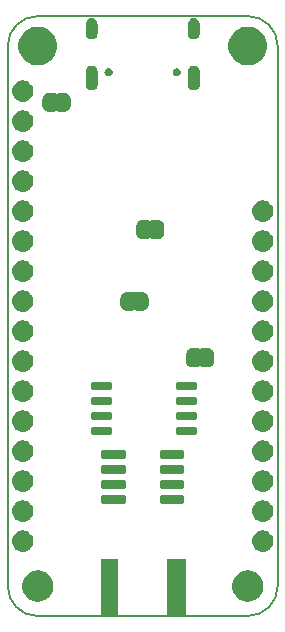
<source format=gbs>
G04 #@! TF.GenerationSoftware,KiCad,Pcbnew,(5.1.4)-1*
G04 #@! TF.CreationDate,2019-11-09T19:33:29+01:00*
G04 #@! TF.ProjectId,TLM-4260-breakout-v1_0,544c4d2d-3432-4363-902d-627265616b6f,1.1*
G04 #@! TF.SameCoordinates,Original*
G04 #@! TF.FileFunction,Soldermask,Bot*
G04 #@! TF.FilePolarity,Negative*
%FSLAX46Y46*%
G04 Gerber Fmt 4.6, Leading zero omitted, Abs format (unit mm)*
G04 Created by KiCad (PCBNEW (5.1.4)-1) date 2019-11-09 19:33:29*
%MOMM*%
%LPD*%
G04 APERTURE LIST*
%ADD10C,0.150000*%
%ADD11C,0.100000*%
G04 APERTURE END LIST*
D10*
X127000000Y-119380000D02*
G75*
G02X124460000Y-116840000I0J2540000D01*
G01*
X147320000Y-116840000D02*
G75*
G02X144780000Y-119380000I-2540000J0D01*
G01*
X144780000Y-68580000D02*
G75*
G02X147320000Y-71120000I0J-2540000D01*
G01*
X124460000Y-71120000D02*
G75*
G02X127000000Y-68580000I2540000J0D01*
G01*
X124460000Y-116840000D02*
X124460000Y-71120000D01*
X144780000Y-119380000D02*
X127000000Y-119380000D01*
X147320000Y-71120000D02*
X147320000Y-116840000D01*
X127000000Y-68580000D02*
X144780000Y-68580000D01*
D11*
G36*
X139516000Y-119391000D02*
G01*
X137914000Y-119391000D01*
X137914000Y-114589000D01*
X139516000Y-114589000D01*
X139516000Y-119391000D01*
X139516000Y-119391000D01*
G37*
G36*
X133791000Y-119391000D02*
G01*
X132339000Y-119391000D01*
X132339000Y-114589000D01*
X133791000Y-114589000D01*
X133791000Y-119391000D01*
X133791000Y-119391000D01*
G37*
G36*
X145037715Y-115544383D02*
G01*
X145165322Y-115569765D01*
X145306148Y-115628097D01*
X145405727Y-115669344D01*
X145405728Y-115669345D01*
X145622089Y-115813912D01*
X145806088Y-115997911D01*
X145902685Y-116142479D01*
X145950656Y-116214273D01*
X145991903Y-116313852D01*
X146050235Y-116454678D01*
X146101000Y-116709893D01*
X146101000Y-116970107D01*
X146050235Y-117225322D01*
X145991903Y-117366148D01*
X145950656Y-117465727D01*
X145950655Y-117465728D01*
X145806088Y-117682089D01*
X145622089Y-117866088D01*
X145477521Y-117962685D01*
X145405727Y-118010656D01*
X145306148Y-118051903D01*
X145165322Y-118110235D01*
X145037715Y-118135617D01*
X144910109Y-118161000D01*
X144649891Y-118161000D01*
X144522285Y-118135617D01*
X144394678Y-118110235D01*
X144253852Y-118051903D01*
X144154273Y-118010656D01*
X144082479Y-117962685D01*
X143937911Y-117866088D01*
X143753912Y-117682089D01*
X143609345Y-117465728D01*
X143609344Y-117465727D01*
X143568097Y-117366148D01*
X143509765Y-117225322D01*
X143459000Y-116970107D01*
X143459000Y-116709893D01*
X143509765Y-116454678D01*
X143568097Y-116313852D01*
X143609344Y-116214273D01*
X143657315Y-116142479D01*
X143753912Y-115997911D01*
X143937911Y-115813912D01*
X144154272Y-115669345D01*
X144154273Y-115669344D01*
X144253852Y-115628097D01*
X144394678Y-115569765D01*
X144522285Y-115544383D01*
X144649891Y-115519000D01*
X144910109Y-115519000D01*
X145037715Y-115544383D01*
X145037715Y-115544383D01*
G37*
G36*
X127257715Y-115544383D02*
G01*
X127385322Y-115569765D01*
X127526148Y-115628097D01*
X127625727Y-115669344D01*
X127625728Y-115669345D01*
X127842089Y-115813912D01*
X128026088Y-115997911D01*
X128122685Y-116142479D01*
X128170656Y-116214273D01*
X128211903Y-116313852D01*
X128270235Y-116454678D01*
X128321000Y-116709893D01*
X128321000Y-116970107D01*
X128270235Y-117225322D01*
X128211903Y-117366148D01*
X128170656Y-117465727D01*
X128170655Y-117465728D01*
X128026088Y-117682089D01*
X127842089Y-117866088D01*
X127697521Y-117962685D01*
X127625727Y-118010656D01*
X127526148Y-118051903D01*
X127385322Y-118110235D01*
X127257715Y-118135617D01*
X127130109Y-118161000D01*
X126869891Y-118161000D01*
X126742285Y-118135617D01*
X126614678Y-118110235D01*
X126473852Y-118051903D01*
X126374273Y-118010656D01*
X126302479Y-117962685D01*
X126157911Y-117866088D01*
X125973912Y-117682089D01*
X125829345Y-117465728D01*
X125829344Y-117465727D01*
X125788097Y-117366148D01*
X125729765Y-117225322D01*
X125679000Y-116970107D01*
X125679000Y-116709893D01*
X125729765Y-116454678D01*
X125788097Y-116313852D01*
X125829344Y-116214273D01*
X125877315Y-116142479D01*
X125973912Y-115997911D01*
X126157911Y-115813912D01*
X126374272Y-115669345D01*
X126374273Y-115669344D01*
X126473852Y-115628097D01*
X126614678Y-115569765D01*
X126742285Y-115544383D01*
X126869891Y-115519000D01*
X127130109Y-115519000D01*
X127257715Y-115544383D01*
X127257715Y-115544383D01*
G37*
G36*
X146160443Y-112135519D02*
G01*
X146226627Y-112142037D01*
X146396466Y-112193557D01*
X146552991Y-112277222D01*
X146588729Y-112306552D01*
X146690186Y-112389814D01*
X146773448Y-112491271D01*
X146802778Y-112527009D01*
X146886443Y-112683534D01*
X146937963Y-112853373D01*
X146955359Y-113030000D01*
X146937963Y-113206627D01*
X146886443Y-113376466D01*
X146802778Y-113532991D01*
X146773448Y-113568729D01*
X146690186Y-113670186D01*
X146588729Y-113753448D01*
X146552991Y-113782778D01*
X146396466Y-113866443D01*
X146226627Y-113917963D01*
X146160443Y-113924481D01*
X146094260Y-113931000D01*
X146005740Y-113931000D01*
X145939557Y-113924481D01*
X145873373Y-113917963D01*
X145703534Y-113866443D01*
X145547009Y-113782778D01*
X145511271Y-113753448D01*
X145409814Y-113670186D01*
X145326552Y-113568729D01*
X145297222Y-113532991D01*
X145213557Y-113376466D01*
X145162037Y-113206627D01*
X145144641Y-113030000D01*
X145162037Y-112853373D01*
X145213557Y-112683534D01*
X145297222Y-112527009D01*
X145326552Y-112491271D01*
X145409814Y-112389814D01*
X145511271Y-112306552D01*
X145547009Y-112277222D01*
X145703534Y-112193557D01*
X145873373Y-112142037D01*
X145939557Y-112135519D01*
X146005740Y-112129000D01*
X146094260Y-112129000D01*
X146160443Y-112135519D01*
X146160443Y-112135519D01*
G37*
G36*
X125840443Y-112135519D02*
G01*
X125906627Y-112142037D01*
X126076466Y-112193557D01*
X126232991Y-112277222D01*
X126268729Y-112306552D01*
X126370186Y-112389814D01*
X126453448Y-112491271D01*
X126482778Y-112527009D01*
X126566443Y-112683534D01*
X126617963Y-112853373D01*
X126635359Y-113030000D01*
X126617963Y-113206627D01*
X126566443Y-113376466D01*
X126482778Y-113532991D01*
X126453448Y-113568729D01*
X126370186Y-113670186D01*
X126268729Y-113753448D01*
X126232991Y-113782778D01*
X126076466Y-113866443D01*
X125906627Y-113917963D01*
X125840443Y-113924481D01*
X125774260Y-113931000D01*
X125685740Y-113931000D01*
X125619557Y-113924481D01*
X125553373Y-113917963D01*
X125383534Y-113866443D01*
X125227009Y-113782778D01*
X125191271Y-113753448D01*
X125089814Y-113670186D01*
X125006552Y-113568729D01*
X124977222Y-113532991D01*
X124893557Y-113376466D01*
X124842037Y-113206627D01*
X124824641Y-113030000D01*
X124842037Y-112853373D01*
X124893557Y-112683534D01*
X124977222Y-112527009D01*
X125006552Y-112491271D01*
X125089814Y-112389814D01*
X125191271Y-112306552D01*
X125227009Y-112277222D01*
X125383534Y-112193557D01*
X125553373Y-112142037D01*
X125619557Y-112135519D01*
X125685740Y-112129000D01*
X125774260Y-112129000D01*
X125840443Y-112135519D01*
X125840443Y-112135519D01*
G37*
G36*
X125840442Y-109595518D02*
G01*
X125906627Y-109602037D01*
X126076466Y-109653557D01*
X126232991Y-109737222D01*
X126266751Y-109764928D01*
X126370186Y-109849814D01*
X126453448Y-109951271D01*
X126482778Y-109987009D01*
X126566443Y-110143534D01*
X126617963Y-110313373D01*
X126635359Y-110490000D01*
X126617963Y-110666627D01*
X126566443Y-110836466D01*
X126482778Y-110992991D01*
X126453448Y-111028729D01*
X126370186Y-111130186D01*
X126268729Y-111213448D01*
X126232991Y-111242778D01*
X126076466Y-111326443D01*
X125906627Y-111377963D01*
X125840443Y-111384481D01*
X125774260Y-111391000D01*
X125685740Y-111391000D01*
X125619557Y-111384481D01*
X125553373Y-111377963D01*
X125383534Y-111326443D01*
X125227009Y-111242778D01*
X125191271Y-111213448D01*
X125089814Y-111130186D01*
X125006552Y-111028729D01*
X124977222Y-110992991D01*
X124893557Y-110836466D01*
X124842037Y-110666627D01*
X124824641Y-110490000D01*
X124842037Y-110313373D01*
X124893557Y-110143534D01*
X124977222Y-109987009D01*
X125006552Y-109951271D01*
X125089814Y-109849814D01*
X125193249Y-109764928D01*
X125227009Y-109737222D01*
X125383534Y-109653557D01*
X125553373Y-109602037D01*
X125619558Y-109595518D01*
X125685740Y-109589000D01*
X125774260Y-109589000D01*
X125840442Y-109595518D01*
X125840442Y-109595518D01*
G37*
G36*
X146160442Y-109595518D02*
G01*
X146226627Y-109602037D01*
X146396466Y-109653557D01*
X146552991Y-109737222D01*
X146586751Y-109764928D01*
X146690186Y-109849814D01*
X146773448Y-109951271D01*
X146802778Y-109987009D01*
X146886443Y-110143534D01*
X146937963Y-110313373D01*
X146955359Y-110490000D01*
X146937963Y-110666627D01*
X146886443Y-110836466D01*
X146802778Y-110992991D01*
X146773448Y-111028729D01*
X146690186Y-111130186D01*
X146588729Y-111213448D01*
X146552991Y-111242778D01*
X146396466Y-111326443D01*
X146226627Y-111377963D01*
X146160443Y-111384481D01*
X146094260Y-111391000D01*
X146005740Y-111391000D01*
X145939557Y-111384481D01*
X145873373Y-111377963D01*
X145703534Y-111326443D01*
X145547009Y-111242778D01*
X145511271Y-111213448D01*
X145409814Y-111130186D01*
X145326552Y-111028729D01*
X145297222Y-110992991D01*
X145213557Y-110836466D01*
X145162037Y-110666627D01*
X145144641Y-110490000D01*
X145162037Y-110313373D01*
X145213557Y-110143534D01*
X145297222Y-109987009D01*
X145326552Y-109951271D01*
X145409814Y-109849814D01*
X145513249Y-109764928D01*
X145547009Y-109737222D01*
X145703534Y-109653557D01*
X145873373Y-109602037D01*
X145939558Y-109595518D01*
X146005740Y-109589000D01*
X146094260Y-109589000D01*
X146160442Y-109595518D01*
X146160442Y-109595518D01*
G37*
G36*
X134349928Y-109156764D02*
G01*
X134371009Y-109163160D01*
X134390445Y-109173548D01*
X134407476Y-109187524D01*
X134421452Y-109204555D01*
X134431840Y-109223991D01*
X134438236Y-109245072D01*
X134441000Y-109273140D01*
X134441000Y-109736860D01*
X134438236Y-109764928D01*
X134431840Y-109786009D01*
X134421452Y-109805445D01*
X134407476Y-109822476D01*
X134390445Y-109836452D01*
X134371009Y-109846840D01*
X134349928Y-109853236D01*
X134321860Y-109856000D01*
X132508140Y-109856000D01*
X132480072Y-109853236D01*
X132458991Y-109846840D01*
X132439555Y-109836452D01*
X132422524Y-109822476D01*
X132408548Y-109805445D01*
X132398160Y-109786009D01*
X132391764Y-109764928D01*
X132389000Y-109736860D01*
X132389000Y-109273140D01*
X132391764Y-109245072D01*
X132398160Y-109223991D01*
X132408548Y-109204555D01*
X132422524Y-109187524D01*
X132439555Y-109173548D01*
X132458991Y-109163160D01*
X132480072Y-109156764D01*
X132508140Y-109154000D01*
X134321860Y-109154000D01*
X134349928Y-109156764D01*
X134349928Y-109156764D01*
G37*
G36*
X139299928Y-109156764D02*
G01*
X139321009Y-109163160D01*
X139340445Y-109173548D01*
X139357476Y-109187524D01*
X139371452Y-109204555D01*
X139381840Y-109223991D01*
X139388236Y-109245072D01*
X139391000Y-109273140D01*
X139391000Y-109736860D01*
X139388236Y-109764928D01*
X139381840Y-109786009D01*
X139371452Y-109805445D01*
X139357476Y-109822476D01*
X139340445Y-109836452D01*
X139321009Y-109846840D01*
X139299928Y-109853236D01*
X139271860Y-109856000D01*
X137458140Y-109856000D01*
X137430072Y-109853236D01*
X137408991Y-109846840D01*
X137389555Y-109836452D01*
X137372524Y-109822476D01*
X137358548Y-109805445D01*
X137348160Y-109786009D01*
X137341764Y-109764928D01*
X137339000Y-109736860D01*
X137339000Y-109273140D01*
X137341764Y-109245072D01*
X137348160Y-109223991D01*
X137358548Y-109204555D01*
X137372524Y-109187524D01*
X137389555Y-109173548D01*
X137408991Y-109163160D01*
X137430072Y-109156764D01*
X137458140Y-109154000D01*
X139271860Y-109154000D01*
X139299928Y-109156764D01*
X139299928Y-109156764D01*
G37*
G36*
X125840442Y-107055518D02*
G01*
X125906627Y-107062037D01*
X126076466Y-107113557D01*
X126232991Y-107197222D01*
X126266751Y-107224928D01*
X126370186Y-107309814D01*
X126453448Y-107411271D01*
X126482778Y-107447009D01*
X126566443Y-107603534D01*
X126617963Y-107773373D01*
X126635359Y-107950000D01*
X126617963Y-108126627D01*
X126566443Y-108296466D01*
X126482778Y-108452991D01*
X126471396Y-108466860D01*
X126370186Y-108590186D01*
X126268729Y-108673448D01*
X126232991Y-108702778D01*
X126076466Y-108786443D01*
X125906627Y-108837963D01*
X125840442Y-108844482D01*
X125774260Y-108851000D01*
X125685740Y-108851000D01*
X125619558Y-108844482D01*
X125553373Y-108837963D01*
X125383534Y-108786443D01*
X125227009Y-108702778D01*
X125191271Y-108673448D01*
X125089814Y-108590186D01*
X124988604Y-108466860D01*
X124977222Y-108452991D01*
X124893557Y-108296466D01*
X124842037Y-108126627D01*
X124824641Y-107950000D01*
X124842037Y-107773373D01*
X124893557Y-107603534D01*
X124977222Y-107447009D01*
X125006552Y-107411271D01*
X125089814Y-107309814D01*
X125193249Y-107224928D01*
X125227009Y-107197222D01*
X125383534Y-107113557D01*
X125553373Y-107062037D01*
X125619558Y-107055518D01*
X125685740Y-107049000D01*
X125774260Y-107049000D01*
X125840442Y-107055518D01*
X125840442Y-107055518D01*
G37*
G36*
X146160442Y-107055518D02*
G01*
X146226627Y-107062037D01*
X146396466Y-107113557D01*
X146552991Y-107197222D01*
X146586751Y-107224928D01*
X146690186Y-107309814D01*
X146773448Y-107411271D01*
X146802778Y-107447009D01*
X146886443Y-107603534D01*
X146937963Y-107773373D01*
X146955359Y-107950000D01*
X146937963Y-108126627D01*
X146886443Y-108296466D01*
X146802778Y-108452991D01*
X146791396Y-108466860D01*
X146690186Y-108590186D01*
X146588729Y-108673448D01*
X146552991Y-108702778D01*
X146396466Y-108786443D01*
X146226627Y-108837963D01*
X146160442Y-108844482D01*
X146094260Y-108851000D01*
X146005740Y-108851000D01*
X145939558Y-108844482D01*
X145873373Y-108837963D01*
X145703534Y-108786443D01*
X145547009Y-108702778D01*
X145511271Y-108673448D01*
X145409814Y-108590186D01*
X145308604Y-108466860D01*
X145297222Y-108452991D01*
X145213557Y-108296466D01*
X145162037Y-108126627D01*
X145144641Y-107950000D01*
X145162037Y-107773373D01*
X145213557Y-107603534D01*
X145297222Y-107447009D01*
X145326552Y-107411271D01*
X145409814Y-107309814D01*
X145513249Y-107224928D01*
X145547009Y-107197222D01*
X145703534Y-107113557D01*
X145873373Y-107062037D01*
X145939558Y-107055518D01*
X146005740Y-107049000D01*
X146094260Y-107049000D01*
X146160442Y-107055518D01*
X146160442Y-107055518D01*
G37*
G36*
X134349928Y-107886764D02*
G01*
X134371009Y-107893160D01*
X134390445Y-107903548D01*
X134407476Y-107917524D01*
X134421452Y-107934555D01*
X134431840Y-107953991D01*
X134438236Y-107975072D01*
X134441000Y-108003140D01*
X134441000Y-108466860D01*
X134438236Y-108494928D01*
X134431840Y-108516009D01*
X134421452Y-108535445D01*
X134407476Y-108552476D01*
X134390445Y-108566452D01*
X134371009Y-108576840D01*
X134349928Y-108583236D01*
X134321860Y-108586000D01*
X132508140Y-108586000D01*
X132480072Y-108583236D01*
X132458991Y-108576840D01*
X132439555Y-108566452D01*
X132422524Y-108552476D01*
X132408548Y-108535445D01*
X132398160Y-108516009D01*
X132391764Y-108494928D01*
X132389000Y-108466860D01*
X132389000Y-108003140D01*
X132391764Y-107975072D01*
X132398160Y-107953991D01*
X132408548Y-107934555D01*
X132422524Y-107917524D01*
X132439555Y-107903548D01*
X132458991Y-107893160D01*
X132480072Y-107886764D01*
X132508140Y-107884000D01*
X134321860Y-107884000D01*
X134349928Y-107886764D01*
X134349928Y-107886764D01*
G37*
G36*
X139299928Y-107886764D02*
G01*
X139321009Y-107893160D01*
X139340445Y-107903548D01*
X139357476Y-107917524D01*
X139371452Y-107934555D01*
X139381840Y-107953991D01*
X139388236Y-107975072D01*
X139391000Y-108003140D01*
X139391000Y-108466860D01*
X139388236Y-108494928D01*
X139381840Y-108516009D01*
X139371452Y-108535445D01*
X139357476Y-108552476D01*
X139340445Y-108566452D01*
X139321009Y-108576840D01*
X139299928Y-108583236D01*
X139271860Y-108586000D01*
X137458140Y-108586000D01*
X137430072Y-108583236D01*
X137408991Y-108576840D01*
X137389555Y-108566452D01*
X137372524Y-108552476D01*
X137358548Y-108535445D01*
X137348160Y-108516009D01*
X137341764Y-108494928D01*
X137339000Y-108466860D01*
X137339000Y-108003140D01*
X137341764Y-107975072D01*
X137348160Y-107953991D01*
X137358548Y-107934555D01*
X137372524Y-107917524D01*
X137389555Y-107903548D01*
X137408991Y-107893160D01*
X137430072Y-107886764D01*
X137458140Y-107884000D01*
X139271860Y-107884000D01*
X139299928Y-107886764D01*
X139299928Y-107886764D01*
G37*
G36*
X134349928Y-106616764D02*
G01*
X134371009Y-106623160D01*
X134390445Y-106633548D01*
X134407476Y-106647524D01*
X134421452Y-106664555D01*
X134431840Y-106683991D01*
X134438236Y-106705072D01*
X134441000Y-106733140D01*
X134441000Y-107196860D01*
X134438236Y-107224928D01*
X134431840Y-107246009D01*
X134421452Y-107265445D01*
X134407476Y-107282476D01*
X134390445Y-107296452D01*
X134371009Y-107306840D01*
X134349928Y-107313236D01*
X134321860Y-107316000D01*
X132508140Y-107316000D01*
X132480072Y-107313236D01*
X132458991Y-107306840D01*
X132439555Y-107296452D01*
X132422524Y-107282476D01*
X132408548Y-107265445D01*
X132398160Y-107246009D01*
X132391764Y-107224928D01*
X132389000Y-107196860D01*
X132389000Y-106733140D01*
X132391764Y-106705072D01*
X132398160Y-106683991D01*
X132408548Y-106664555D01*
X132422524Y-106647524D01*
X132439555Y-106633548D01*
X132458991Y-106623160D01*
X132480072Y-106616764D01*
X132508140Y-106614000D01*
X134321860Y-106614000D01*
X134349928Y-106616764D01*
X134349928Y-106616764D01*
G37*
G36*
X139299928Y-106616764D02*
G01*
X139321009Y-106623160D01*
X139340445Y-106633548D01*
X139357476Y-106647524D01*
X139371452Y-106664555D01*
X139381840Y-106683991D01*
X139388236Y-106705072D01*
X139391000Y-106733140D01*
X139391000Y-107196860D01*
X139388236Y-107224928D01*
X139381840Y-107246009D01*
X139371452Y-107265445D01*
X139357476Y-107282476D01*
X139340445Y-107296452D01*
X139321009Y-107306840D01*
X139299928Y-107313236D01*
X139271860Y-107316000D01*
X137458140Y-107316000D01*
X137430072Y-107313236D01*
X137408991Y-107306840D01*
X137389555Y-107296452D01*
X137372524Y-107282476D01*
X137358548Y-107265445D01*
X137348160Y-107246009D01*
X137341764Y-107224928D01*
X137339000Y-107196860D01*
X137339000Y-106733140D01*
X137341764Y-106705072D01*
X137348160Y-106683991D01*
X137358548Y-106664555D01*
X137372524Y-106647524D01*
X137389555Y-106633548D01*
X137408991Y-106623160D01*
X137430072Y-106616764D01*
X137458140Y-106614000D01*
X139271860Y-106614000D01*
X139299928Y-106616764D01*
X139299928Y-106616764D01*
G37*
G36*
X125840443Y-104515519D02*
G01*
X125906627Y-104522037D01*
X126076466Y-104573557D01*
X126232991Y-104657222D01*
X126268729Y-104686552D01*
X126370186Y-104769814D01*
X126453448Y-104871271D01*
X126482778Y-104907009D01*
X126566443Y-105063534D01*
X126617963Y-105233373D01*
X126635359Y-105410000D01*
X126617963Y-105586627D01*
X126566443Y-105756466D01*
X126482778Y-105912991D01*
X126471396Y-105926860D01*
X126370186Y-106050186D01*
X126268729Y-106133448D01*
X126232991Y-106162778D01*
X126076466Y-106246443D01*
X125906627Y-106297963D01*
X125840442Y-106304482D01*
X125774260Y-106311000D01*
X125685740Y-106311000D01*
X125619558Y-106304482D01*
X125553373Y-106297963D01*
X125383534Y-106246443D01*
X125227009Y-106162778D01*
X125191271Y-106133448D01*
X125089814Y-106050186D01*
X124988604Y-105926860D01*
X124977222Y-105912991D01*
X124893557Y-105756466D01*
X124842037Y-105586627D01*
X124824641Y-105410000D01*
X124842037Y-105233373D01*
X124893557Y-105063534D01*
X124977222Y-104907009D01*
X125006552Y-104871271D01*
X125089814Y-104769814D01*
X125191271Y-104686552D01*
X125227009Y-104657222D01*
X125383534Y-104573557D01*
X125553373Y-104522037D01*
X125619557Y-104515519D01*
X125685740Y-104509000D01*
X125774260Y-104509000D01*
X125840443Y-104515519D01*
X125840443Y-104515519D01*
G37*
G36*
X146160443Y-104515519D02*
G01*
X146226627Y-104522037D01*
X146396466Y-104573557D01*
X146552991Y-104657222D01*
X146588729Y-104686552D01*
X146690186Y-104769814D01*
X146773448Y-104871271D01*
X146802778Y-104907009D01*
X146886443Y-105063534D01*
X146937963Y-105233373D01*
X146955359Y-105410000D01*
X146937963Y-105586627D01*
X146886443Y-105756466D01*
X146802778Y-105912991D01*
X146791396Y-105926860D01*
X146690186Y-106050186D01*
X146588729Y-106133448D01*
X146552991Y-106162778D01*
X146396466Y-106246443D01*
X146226627Y-106297963D01*
X146160442Y-106304482D01*
X146094260Y-106311000D01*
X146005740Y-106311000D01*
X145939558Y-106304482D01*
X145873373Y-106297963D01*
X145703534Y-106246443D01*
X145547009Y-106162778D01*
X145511271Y-106133448D01*
X145409814Y-106050186D01*
X145308604Y-105926860D01*
X145297222Y-105912991D01*
X145213557Y-105756466D01*
X145162037Y-105586627D01*
X145144641Y-105410000D01*
X145162037Y-105233373D01*
X145213557Y-105063534D01*
X145297222Y-104907009D01*
X145326552Y-104871271D01*
X145409814Y-104769814D01*
X145511271Y-104686552D01*
X145547009Y-104657222D01*
X145703534Y-104573557D01*
X145873373Y-104522037D01*
X145939557Y-104515519D01*
X146005740Y-104509000D01*
X146094260Y-104509000D01*
X146160443Y-104515519D01*
X146160443Y-104515519D01*
G37*
G36*
X139299928Y-105346764D02*
G01*
X139321009Y-105353160D01*
X139340445Y-105363548D01*
X139357476Y-105377524D01*
X139371452Y-105394555D01*
X139381840Y-105413991D01*
X139388236Y-105435072D01*
X139391000Y-105463140D01*
X139391000Y-105926860D01*
X139388236Y-105954928D01*
X139381840Y-105976009D01*
X139371452Y-105995445D01*
X139357476Y-106012476D01*
X139340445Y-106026452D01*
X139321009Y-106036840D01*
X139299928Y-106043236D01*
X139271860Y-106046000D01*
X137458140Y-106046000D01*
X137430072Y-106043236D01*
X137408991Y-106036840D01*
X137389555Y-106026452D01*
X137372524Y-106012476D01*
X137358548Y-105995445D01*
X137348160Y-105976009D01*
X137341764Y-105954928D01*
X137339000Y-105926860D01*
X137339000Y-105463140D01*
X137341764Y-105435072D01*
X137348160Y-105413991D01*
X137358548Y-105394555D01*
X137372524Y-105377524D01*
X137389555Y-105363548D01*
X137408991Y-105353160D01*
X137430072Y-105346764D01*
X137458140Y-105344000D01*
X139271860Y-105344000D01*
X139299928Y-105346764D01*
X139299928Y-105346764D01*
G37*
G36*
X134349928Y-105346764D02*
G01*
X134371009Y-105353160D01*
X134390445Y-105363548D01*
X134407476Y-105377524D01*
X134421452Y-105394555D01*
X134431840Y-105413991D01*
X134438236Y-105435072D01*
X134441000Y-105463140D01*
X134441000Y-105926860D01*
X134438236Y-105954928D01*
X134431840Y-105976009D01*
X134421452Y-105995445D01*
X134407476Y-106012476D01*
X134390445Y-106026452D01*
X134371009Y-106036840D01*
X134349928Y-106043236D01*
X134321860Y-106046000D01*
X132508140Y-106046000D01*
X132480072Y-106043236D01*
X132458991Y-106036840D01*
X132439555Y-106026452D01*
X132422524Y-106012476D01*
X132408548Y-105995445D01*
X132398160Y-105976009D01*
X132391764Y-105954928D01*
X132389000Y-105926860D01*
X132389000Y-105463140D01*
X132391764Y-105435072D01*
X132398160Y-105413991D01*
X132408548Y-105394555D01*
X132422524Y-105377524D01*
X132439555Y-105363548D01*
X132458991Y-105353160D01*
X132480072Y-105346764D01*
X132508140Y-105344000D01*
X134321860Y-105344000D01*
X134349928Y-105346764D01*
X134349928Y-105346764D01*
G37*
G36*
X140359928Y-103356764D02*
G01*
X140381009Y-103363160D01*
X140400445Y-103373548D01*
X140417476Y-103387524D01*
X140431452Y-103404555D01*
X140441840Y-103423991D01*
X140448236Y-103445072D01*
X140451000Y-103473140D01*
X140451000Y-103936860D01*
X140448236Y-103964928D01*
X140441840Y-103986009D01*
X140431452Y-104005445D01*
X140417476Y-104022476D01*
X140400445Y-104036452D01*
X140381009Y-104046840D01*
X140359928Y-104053236D01*
X140331860Y-104056000D01*
X138868140Y-104056000D01*
X138840072Y-104053236D01*
X138818991Y-104046840D01*
X138799555Y-104036452D01*
X138782524Y-104022476D01*
X138768548Y-104005445D01*
X138758160Y-103986009D01*
X138751764Y-103964928D01*
X138749000Y-103936860D01*
X138749000Y-103473140D01*
X138751764Y-103445072D01*
X138758160Y-103423991D01*
X138768548Y-103404555D01*
X138782524Y-103387524D01*
X138799555Y-103373548D01*
X138818991Y-103363160D01*
X138840072Y-103356764D01*
X138868140Y-103354000D01*
X140331860Y-103354000D01*
X140359928Y-103356764D01*
X140359928Y-103356764D01*
G37*
G36*
X133159928Y-103356764D02*
G01*
X133181009Y-103363160D01*
X133200445Y-103373548D01*
X133217476Y-103387524D01*
X133231452Y-103404555D01*
X133241840Y-103423991D01*
X133248236Y-103445072D01*
X133251000Y-103473140D01*
X133251000Y-103936860D01*
X133248236Y-103964928D01*
X133241840Y-103986009D01*
X133231452Y-104005445D01*
X133217476Y-104022476D01*
X133200445Y-104036452D01*
X133181009Y-104046840D01*
X133159928Y-104053236D01*
X133131860Y-104056000D01*
X131668140Y-104056000D01*
X131640072Y-104053236D01*
X131618991Y-104046840D01*
X131599555Y-104036452D01*
X131582524Y-104022476D01*
X131568548Y-104005445D01*
X131558160Y-103986009D01*
X131551764Y-103964928D01*
X131549000Y-103936860D01*
X131549000Y-103473140D01*
X131551764Y-103445072D01*
X131558160Y-103423991D01*
X131568548Y-103404555D01*
X131582524Y-103387524D01*
X131599555Y-103373548D01*
X131618991Y-103363160D01*
X131640072Y-103356764D01*
X131668140Y-103354000D01*
X133131860Y-103354000D01*
X133159928Y-103356764D01*
X133159928Y-103356764D01*
G37*
G36*
X125840442Y-101975518D02*
G01*
X125906627Y-101982037D01*
X126076466Y-102033557D01*
X126232991Y-102117222D01*
X126254111Y-102134555D01*
X126370186Y-102229814D01*
X126453448Y-102331271D01*
X126482778Y-102367009D01*
X126566443Y-102523534D01*
X126617963Y-102693373D01*
X126635359Y-102870000D01*
X126617963Y-103046627D01*
X126566443Y-103216466D01*
X126482778Y-103372991D01*
X126474090Y-103383577D01*
X126370186Y-103510186D01*
X126268729Y-103593448D01*
X126232991Y-103622778D01*
X126076466Y-103706443D01*
X125906627Y-103757963D01*
X125840443Y-103764481D01*
X125774260Y-103771000D01*
X125685740Y-103771000D01*
X125619557Y-103764481D01*
X125553373Y-103757963D01*
X125383534Y-103706443D01*
X125227009Y-103622778D01*
X125191271Y-103593448D01*
X125089814Y-103510186D01*
X124985910Y-103383577D01*
X124977222Y-103372991D01*
X124893557Y-103216466D01*
X124842037Y-103046627D01*
X124824641Y-102870000D01*
X124842037Y-102693373D01*
X124893557Y-102523534D01*
X124977222Y-102367009D01*
X125006552Y-102331271D01*
X125089814Y-102229814D01*
X125205889Y-102134555D01*
X125227009Y-102117222D01*
X125383534Y-102033557D01*
X125553373Y-101982037D01*
X125619558Y-101975518D01*
X125685740Y-101969000D01*
X125774260Y-101969000D01*
X125840442Y-101975518D01*
X125840442Y-101975518D01*
G37*
G36*
X146160442Y-101975518D02*
G01*
X146226627Y-101982037D01*
X146396466Y-102033557D01*
X146552991Y-102117222D01*
X146574111Y-102134555D01*
X146690186Y-102229814D01*
X146773448Y-102331271D01*
X146802778Y-102367009D01*
X146886443Y-102523534D01*
X146937963Y-102693373D01*
X146955359Y-102870000D01*
X146937963Y-103046627D01*
X146886443Y-103216466D01*
X146802778Y-103372991D01*
X146794090Y-103383577D01*
X146690186Y-103510186D01*
X146588729Y-103593448D01*
X146552991Y-103622778D01*
X146396466Y-103706443D01*
X146226627Y-103757963D01*
X146160443Y-103764481D01*
X146094260Y-103771000D01*
X146005740Y-103771000D01*
X145939557Y-103764481D01*
X145873373Y-103757963D01*
X145703534Y-103706443D01*
X145547009Y-103622778D01*
X145511271Y-103593448D01*
X145409814Y-103510186D01*
X145305910Y-103383577D01*
X145297222Y-103372991D01*
X145213557Y-103216466D01*
X145162037Y-103046627D01*
X145144641Y-102870000D01*
X145162037Y-102693373D01*
X145213557Y-102523534D01*
X145297222Y-102367009D01*
X145326552Y-102331271D01*
X145409814Y-102229814D01*
X145525889Y-102134555D01*
X145547009Y-102117222D01*
X145703534Y-102033557D01*
X145873373Y-101982037D01*
X145939558Y-101975518D01*
X146005740Y-101969000D01*
X146094260Y-101969000D01*
X146160442Y-101975518D01*
X146160442Y-101975518D01*
G37*
G36*
X133159928Y-102086764D02*
G01*
X133181009Y-102093160D01*
X133200445Y-102103548D01*
X133217476Y-102117524D01*
X133231452Y-102134555D01*
X133241840Y-102153991D01*
X133248236Y-102175072D01*
X133251000Y-102203140D01*
X133251000Y-102666860D01*
X133248236Y-102694928D01*
X133241840Y-102716009D01*
X133231452Y-102735445D01*
X133217476Y-102752476D01*
X133200445Y-102766452D01*
X133181009Y-102776840D01*
X133159928Y-102783236D01*
X133131860Y-102786000D01*
X131668140Y-102786000D01*
X131640072Y-102783236D01*
X131618991Y-102776840D01*
X131599555Y-102766452D01*
X131582524Y-102752476D01*
X131568548Y-102735445D01*
X131558160Y-102716009D01*
X131551764Y-102694928D01*
X131549000Y-102666860D01*
X131549000Y-102203140D01*
X131551764Y-102175072D01*
X131558160Y-102153991D01*
X131568548Y-102134555D01*
X131582524Y-102117524D01*
X131599555Y-102103548D01*
X131618991Y-102093160D01*
X131640072Y-102086764D01*
X131668140Y-102084000D01*
X133131860Y-102084000D01*
X133159928Y-102086764D01*
X133159928Y-102086764D01*
G37*
G36*
X140359928Y-102086764D02*
G01*
X140381009Y-102093160D01*
X140400445Y-102103548D01*
X140417476Y-102117524D01*
X140431452Y-102134555D01*
X140441840Y-102153991D01*
X140448236Y-102175072D01*
X140451000Y-102203140D01*
X140451000Y-102666860D01*
X140448236Y-102694928D01*
X140441840Y-102716009D01*
X140431452Y-102735445D01*
X140417476Y-102752476D01*
X140400445Y-102766452D01*
X140381009Y-102776840D01*
X140359928Y-102783236D01*
X140331860Y-102786000D01*
X138868140Y-102786000D01*
X138840072Y-102783236D01*
X138818991Y-102776840D01*
X138799555Y-102766452D01*
X138782524Y-102752476D01*
X138768548Y-102735445D01*
X138758160Y-102716009D01*
X138751764Y-102694928D01*
X138749000Y-102666860D01*
X138749000Y-102203140D01*
X138751764Y-102175072D01*
X138758160Y-102153991D01*
X138768548Y-102134555D01*
X138782524Y-102117524D01*
X138799555Y-102103548D01*
X138818991Y-102093160D01*
X138840072Y-102086764D01*
X138868140Y-102084000D01*
X140331860Y-102084000D01*
X140359928Y-102086764D01*
X140359928Y-102086764D01*
G37*
G36*
X140359928Y-100816764D02*
G01*
X140381009Y-100823160D01*
X140400445Y-100833548D01*
X140417476Y-100847524D01*
X140431452Y-100864555D01*
X140441840Y-100883991D01*
X140448236Y-100905072D01*
X140451000Y-100933140D01*
X140451000Y-101396860D01*
X140448236Y-101424928D01*
X140441840Y-101446009D01*
X140431452Y-101465445D01*
X140417476Y-101482476D01*
X140400445Y-101496452D01*
X140381009Y-101506840D01*
X140359928Y-101513236D01*
X140331860Y-101516000D01*
X138868140Y-101516000D01*
X138840072Y-101513236D01*
X138818991Y-101506840D01*
X138799555Y-101496452D01*
X138782524Y-101482476D01*
X138768548Y-101465445D01*
X138758160Y-101446009D01*
X138751764Y-101424928D01*
X138749000Y-101396860D01*
X138749000Y-100933140D01*
X138751764Y-100905072D01*
X138758160Y-100883991D01*
X138768548Y-100864555D01*
X138782524Y-100847524D01*
X138799555Y-100833548D01*
X138818991Y-100823160D01*
X138840072Y-100816764D01*
X138868140Y-100814000D01*
X140331860Y-100814000D01*
X140359928Y-100816764D01*
X140359928Y-100816764D01*
G37*
G36*
X133159928Y-100816764D02*
G01*
X133181009Y-100823160D01*
X133200445Y-100833548D01*
X133217476Y-100847524D01*
X133231452Y-100864555D01*
X133241840Y-100883991D01*
X133248236Y-100905072D01*
X133251000Y-100933140D01*
X133251000Y-101396860D01*
X133248236Y-101424928D01*
X133241840Y-101446009D01*
X133231452Y-101465445D01*
X133217476Y-101482476D01*
X133200445Y-101496452D01*
X133181009Y-101506840D01*
X133159928Y-101513236D01*
X133131860Y-101516000D01*
X131668140Y-101516000D01*
X131640072Y-101513236D01*
X131618991Y-101506840D01*
X131599555Y-101496452D01*
X131582524Y-101482476D01*
X131568548Y-101465445D01*
X131558160Y-101446009D01*
X131551764Y-101424928D01*
X131549000Y-101396860D01*
X131549000Y-100933140D01*
X131551764Y-100905072D01*
X131558160Y-100883991D01*
X131568548Y-100864555D01*
X131582524Y-100847524D01*
X131599555Y-100833548D01*
X131618991Y-100823160D01*
X131640072Y-100816764D01*
X131668140Y-100814000D01*
X133131860Y-100814000D01*
X133159928Y-100816764D01*
X133159928Y-100816764D01*
G37*
G36*
X125840443Y-99435519D02*
G01*
X125906627Y-99442037D01*
X126076466Y-99493557D01*
X126232991Y-99577222D01*
X126254111Y-99594555D01*
X126370186Y-99689814D01*
X126453448Y-99791271D01*
X126482778Y-99827009D01*
X126566443Y-99983534D01*
X126617963Y-100153373D01*
X126635359Y-100330000D01*
X126617963Y-100506627D01*
X126566443Y-100676466D01*
X126482778Y-100832991D01*
X126474090Y-100843577D01*
X126370186Y-100970186D01*
X126268729Y-101053448D01*
X126232991Y-101082778D01*
X126076466Y-101166443D01*
X125906627Y-101217963D01*
X125840443Y-101224481D01*
X125774260Y-101231000D01*
X125685740Y-101231000D01*
X125619558Y-101224482D01*
X125553373Y-101217963D01*
X125383534Y-101166443D01*
X125227009Y-101082778D01*
X125191271Y-101053448D01*
X125089814Y-100970186D01*
X124985910Y-100843577D01*
X124977222Y-100832991D01*
X124893557Y-100676466D01*
X124842037Y-100506627D01*
X124824641Y-100330000D01*
X124842037Y-100153373D01*
X124893557Y-99983534D01*
X124977222Y-99827009D01*
X125006552Y-99791271D01*
X125089814Y-99689814D01*
X125205889Y-99594555D01*
X125227009Y-99577222D01*
X125383534Y-99493557D01*
X125553373Y-99442037D01*
X125619558Y-99435518D01*
X125685740Y-99429000D01*
X125774260Y-99429000D01*
X125840443Y-99435519D01*
X125840443Y-99435519D01*
G37*
G36*
X146160443Y-99435519D02*
G01*
X146226627Y-99442037D01*
X146396466Y-99493557D01*
X146552991Y-99577222D01*
X146574111Y-99594555D01*
X146690186Y-99689814D01*
X146773448Y-99791271D01*
X146802778Y-99827009D01*
X146886443Y-99983534D01*
X146937963Y-100153373D01*
X146955359Y-100330000D01*
X146937963Y-100506627D01*
X146886443Y-100676466D01*
X146802778Y-100832991D01*
X146794090Y-100843577D01*
X146690186Y-100970186D01*
X146588729Y-101053448D01*
X146552991Y-101082778D01*
X146396466Y-101166443D01*
X146226627Y-101217963D01*
X146160443Y-101224481D01*
X146094260Y-101231000D01*
X146005740Y-101231000D01*
X145939558Y-101224482D01*
X145873373Y-101217963D01*
X145703534Y-101166443D01*
X145547009Y-101082778D01*
X145511271Y-101053448D01*
X145409814Y-100970186D01*
X145305910Y-100843577D01*
X145297222Y-100832991D01*
X145213557Y-100676466D01*
X145162037Y-100506627D01*
X145144641Y-100330000D01*
X145162037Y-100153373D01*
X145213557Y-99983534D01*
X145297222Y-99827009D01*
X145326552Y-99791271D01*
X145409814Y-99689814D01*
X145525889Y-99594555D01*
X145547009Y-99577222D01*
X145703534Y-99493557D01*
X145873373Y-99442037D01*
X145939558Y-99435518D01*
X146005740Y-99429000D01*
X146094260Y-99429000D01*
X146160443Y-99435519D01*
X146160443Y-99435519D01*
G37*
G36*
X140359928Y-99546764D02*
G01*
X140381009Y-99553160D01*
X140400445Y-99563548D01*
X140417476Y-99577524D01*
X140431452Y-99594555D01*
X140441840Y-99613991D01*
X140448236Y-99635072D01*
X140451000Y-99663140D01*
X140451000Y-100126860D01*
X140448236Y-100154928D01*
X140441840Y-100176009D01*
X140431452Y-100195445D01*
X140417476Y-100212476D01*
X140400445Y-100226452D01*
X140381009Y-100236840D01*
X140359928Y-100243236D01*
X140331860Y-100246000D01*
X138868140Y-100246000D01*
X138840072Y-100243236D01*
X138818991Y-100236840D01*
X138799555Y-100226452D01*
X138782524Y-100212476D01*
X138768548Y-100195445D01*
X138758160Y-100176009D01*
X138751764Y-100154928D01*
X138749000Y-100126860D01*
X138749000Y-99663140D01*
X138751764Y-99635072D01*
X138758160Y-99613991D01*
X138768548Y-99594555D01*
X138782524Y-99577524D01*
X138799555Y-99563548D01*
X138818991Y-99553160D01*
X138840072Y-99546764D01*
X138868140Y-99544000D01*
X140331860Y-99544000D01*
X140359928Y-99546764D01*
X140359928Y-99546764D01*
G37*
G36*
X133159928Y-99546764D02*
G01*
X133181009Y-99553160D01*
X133200445Y-99563548D01*
X133217476Y-99577524D01*
X133231452Y-99594555D01*
X133241840Y-99613991D01*
X133248236Y-99635072D01*
X133251000Y-99663140D01*
X133251000Y-100126860D01*
X133248236Y-100154928D01*
X133241840Y-100176009D01*
X133231452Y-100195445D01*
X133217476Y-100212476D01*
X133200445Y-100226452D01*
X133181009Y-100236840D01*
X133159928Y-100243236D01*
X133131860Y-100246000D01*
X131668140Y-100246000D01*
X131640072Y-100243236D01*
X131618991Y-100236840D01*
X131599555Y-100226452D01*
X131582524Y-100212476D01*
X131568548Y-100195445D01*
X131558160Y-100176009D01*
X131551764Y-100154928D01*
X131549000Y-100126860D01*
X131549000Y-99663140D01*
X131551764Y-99635072D01*
X131558160Y-99613991D01*
X131568548Y-99594555D01*
X131582524Y-99577524D01*
X131599555Y-99563548D01*
X131618991Y-99553160D01*
X131640072Y-99546764D01*
X131668140Y-99544000D01*
X133131860Y-99544000D01*
X133159928Y-99546764D01*
X133159928Y-99546764D01*
G37*
G36*
X125840442Y-96895518D02*
G01*
X125906627Y-96902037D01*
X126076466Y-96953557D01*
X126232991Y-97037222D01*
X126268729Y-97066552D01*
X126370186Y-97149814D01*
X126442394Y-97237801D01*
X126482778Y-97287009D01*
X126566443Y-97443534D01*
X126617963Y-97613373D01*
X126635359Y-97790000D01*
X126617963Y-97966627D01*
X126566443Y-98136466D01*
X126482778Y-98292991D01*
X126453448Y-98328729D01*
X126370186Y-98430186D01*
X126268729Y-98513448D01*
X126232991Y-98542778D01*
X126076466Y-98626443D01*
X125906627Y-98677963D01*
X125840442Y-98684482D01*
X125774260Y-98691000D01*
X125685740Y-98691000D01*
X125619558Y-98684482D01*
X125553373Y-98677963D01*
X125383534Y-98626443D01*
X125227009Y-98542778D01*
X125191271Y-98513448D01*
X125089814Y-98430186D01*
X125006552Y-98328729D01*
X124977222Y-98292991D01*
X124893557Y-98136466D01*
X124842037Y-97966627D01*
X124824641Y-97790000D01*
X124842037Y-97613373D01*
X124893557Y-97443534D01*
X124977222Y-97287009D01*
X125017606Y-97237801D01*
X125089814Y-97149814D01*
X125191271Y-97066552D01*
X125227009Y-97037222D01*
X125383534Y-96953557D01*
X125553373Y-96902037D01*
X125619558Y-96895518D01*
X125685740Y-96889000D01*
X125774260Y-96889000D01*
X125840442Y-96895518D01*
X125840442Y-96895518D01*
G37*
G36*
X146160442Y-96895518D02*
G01*
X146226627Y-96902037D01*
X146396466Y-96953557D01*
X146552991Y-97037222D01*
X146588729Y-97066552D01*
X146690186Y-97149814D01*
X146762394Y-97237801D01*
X146802778Y-97287009D01*
X146886443Y-97443534D01*
X146937963Y-97613373D01*
X146955359Y-97790000D01*
X146937963Y-97966627D01*
X146886443Y-98136466D01*
X146802778Y-98292991D01*
X146773448Y-98328729D01*
X146690186Y-98430186D01*
X146588729Y-98513448D01*
X146552991Y-98542778D01*
X146396466Y-98626443D01*
X146226627Y-98677963D01*
X146160442Y-98684482D01*
X146094260Y-98691000D01*
X146005740Y-98691000D01*
X145939558Y-98684482D01*
X145873373Y-98677963D01*
X145703534Y-98626443D01*
X145547009Y-98542778D01*
X145511271Y-98513448D01*
X145409814Y-98430186D01*
X145326552Y-98328729D01*
X145297222Y-98292991D01*
X145213557Y-98136466D01*
X145162037Y-97966627D01*
X145144641Y-97790000D01*
X145162037Y-97613373D01*
X145213557Y-97443534D01*
X145297222Y-97287009D01*
X145337606Y-97237801D01*
X145409814Y-97149814D01*
X145511271Y-97066552D01*
X145547009Y-97037222D01*
X145703534Y-96953557D01*
X145873373Y-96902037D01*
X145939558Y-96895518D01*
X146005740Y-96889000D01*
X146094260Y-96889000D01*
X146160442Y-96895518D01*
X146160442Y-96895518D01*
G37*
G36*
X140609999Y-96699737D02*
G01*
X140619608Y-96702652D01*
X140628472Y-96707390D01*
X140636237Y-96713763D01*
X140646448Y-96726206D01*
X140653378Y-96736575D01*
X140670705Y-96753902D01*
X140691080Y-96767515D01*
X140713720Y-96776891D01*
X140737753Y-96781671D01*
X140762257Y-96781670D01*
X140786290Y-96776888D01*
X140808929Y-96767510D01*
X140829302Y-96753895D01*
X140846629Y-96736568D01*
X140853558Y-96726198D01*
X140863763Y-96713763D01*
X140871528Y-96707390D01*
X140880392Y-96702652D01*
X140890001Y-96699737D01*
X140906140Y-96698148D01*
X141393861Y-96698148D01*
X141412199Y-96699954D01*
X141424450Y-96700556D01*
X141442869Y-96700556D01*
X141465149Y-96702750D01*
X141549233Y-96719476D01*
X141570660Y-96725976D01*
X141649858Y-96758780D01*
X141655303Y-96761691D01*
X141655309Y-96761693D01*
X141664169Y-96766429D01*
X141664173Y-96766432D01*
X141669614Y-96769340D01*
X141740899Y-96816971D01*
X141758204Y-96831172D01*
X141818828Y-96891796D01*
X141833029Y-96909101D01*
X141880660Y-96980386D01*
X141883568Y-96985827D01*
X141883571Y-96985831D01*
X141888307Y-96994691D01*
X141888309Y-96994697D01*
X141891220Y-97000142D01*
X141924024Y-97079340D01*
X141930524Y-97100767D01*
X141947250Y-97184851D01*
X141949444Y-97207131D01*
X141949444Y-97225550D01*
X141950046Y-97237801D01*
X141951852Y-97256139D01*
X141951852Y-97743862D01*
X141950046Y-97762199D01*
X141949444Y-97774450D01*
X141949444Y-97792869D01*
X141947250Y-97815149D01*
X141930524Y-97899233D01*
X141924024Y-97920660D01*
X141891220Y-97999858D01*
X141888309Y-98005303D01*
X141888307Y-98005309D01*
X141883571Y-98014169D01*
X141883568Y-98014173D01*
X141880660Y-98019614D01*
X141833029Y-98090899D01*
X141818828Y-98108204D01*
X141758204Y-98168828D01*
X141740899Y-98183029D01*
X141669614Y-98230660D01*
X141664173Y-98233568D01*
X141664169Y-98233571D01*
X141655309Y-98238307D01*
X141655303Y-98238309D01*
X141649858Y-98241220D01*
X141570660Y-98274024D01*
X141549233Y-98280524D01*
X141465149Y-98297250D01*
X141442869Y-98299444D01*
X141424450Y-98299444D01*
X141412199Y-98300046D01*
X141393862Y-98301852D01*
X140906140Y-98301852D01*
X140890001Y-98300263D01*
X140880392Y-98297348D01*
X140871528Y-98292610D01*
X140863763Y-98286237D01*
X140853552Y-98273794D01*
X140846622Y-98263425D01*
X140829295Y-98246098D01*
X140808920Y-98232485D01*
X140786280Y-98223109D01*
X140762247Y-98218329D01*
X140737743Y-98218330D01*
X140713710Y-98223112D01*
X140691071Y-98232490D01*
X140670698Y-98246105D01*
X140653371Y-98263432D01*
X140646442Y-98273802D01*
X140636237Y-98286237D01*
X140628472Y-98292610D01*
X140619608Y-98297348D01*
X140609999Y-98300263D01*
X140593860Y-98301852D01*
X140106138Y-98301852D01*
X140087801Y-98300046D01*
X140075550Y-98299444D01*
X140057131Y-98299444D01*
X140034851Y-98297250D01*
X139950767Y-98280524D01*
X139929340Y-98274024D01*
X139850142Y-98241220D01*
X139844697Y-98238309D01*
X139844691Y-98238307D01*
X139835831Y-98233571D01*
X139835827Y-98233568D01*
X139830386Y-98230660D01*
X139759101Y-98183029D01*
X139741796Y-98168828D01*
X139681172Y-98108204D01*
X139666971Y-98090899D01*
X139619340Y-98019614D01*
X139616432Y-98014173D01*
X139616429Y-98014169D01*
X139611693Y-98005309D01*
X139611691Y-98005303D01*
X139608780Y-97999858D01*
X139575976Y-97920660D01*
X139569476Y-97899233D01*
X139552750Y-97815149D01*
X139550556Y-97792869D01*
X139550556Y-97774450D01*
X139549954Y-97762199D01*
X139548148Y-97743862D01*
X139548148Y-97256139D01*
X139549954Y-97237801D01*
X139550556Y-97225550D01*
X139550556Y-97207131D01*
X139552750Y-97184851D01*
X139569476Y-97100767D01*
X139575976Y-97079340D01*
X139608780Y-97000142D01*
X139611691Y-96994697D01*
X139611693Y-96994691D01*
X139616429Y-96985831D01*
X139616432Y-96985827D01*
X139619340Y-96980386D01*
X139666971Y-96909101D01*
X139681172Y-96891796D01*
X139741796Y-96831172D01*
X139759101Y-96816971D01*
X139830386Y-96769340D01*
X139835827Y-96766432D01*
X139835831Y-96766429D01*
X139844691Y-96761693D01*
X139844697Y-96761691D01*
X139850142Y-96758780D01*
X139929340Y-96725976D01*
X139950767Y-96719476D01*
X140034851Y-96702750D01*
X140057131Y-96700556D01*
X140075550Y-96700556D01*
X140087801Y-96699954D01*
X140106139Y-96698148D01*
X140593860Y-96698148D01*
X140609999Y-96699737D01*
X140609999Y-96699737D01*
G37*
G36*
X146160442Y-94355518D02*
G01*
X146226627Y-94362037D01*
X146396466Y-94413557D01*
X146552991Y-94497222D01*
X146588729Y-94526552D01*
X146690186Y-94609814D01*
X146773448Y-94711271D01*
X146802778Y-94747009D01*
X146886443Y-94903534D01*
X146937963Y-95073373D01*
X146955359Y-95250000D01*
X146937963Y-95426627D01*
X146886443Y-95596466D01*
X146802778Y-95752991D01*
X146773448Y-95788729D01*
X146690186Y-95890186D01*
X146588729Y-95973448D01*
X146552991Y-96002778D01*
X146396466Y-96086443D01*
X146226627Y-96137963D01*
X146160443Y-96144481D01*
X146094260Y-96151000D01*
X146005740Y-96151000D01*
X145939558Y-96144482D01*
X145873373Y-96137963D01*
X145703534Y-96086443D01*
X145547009Y-96002778D01*
X145511271Y-95973448D01*
X145409814Y-95890186D01*
X145326552Y-95788729D01*
X145297222Y-95752991D01*
X145213557Y-95596466D01*
X145162037Y-95426627D01*
X145144641Y-95250000D01*
X145162037Y-95073373D01*
X145213557Y-94903534D01*
X145297222Y-94747009D01*
X145326552Y-94711271D01*
X145409814Y-94609814D01*
X145511271Y-94526552D01*
X145547009Y-94497222D01*
X145703534Y-94413557D01*
X145873373Y-94362037D01*
X145939557Y-94355519D01*
X146005740Y-94349000D01*
X146094260Y-94349000D01*
X146160442Y-94355518D01*
X146160442Y-94355518D01*
G37*
G36*
X125840442Y-94355518D02*
G01*
X125906627Y-94362037D01*
X126076466Y-94413557D01*
X126232991Y-94497222D01*
X126268729Y-94526552D01*
X126370186Y-94609814D01*
X126453448Y-94711271D01*
X126482778Y-94747009D01*
X126566443Y-94903534D01*
X126617963Y-95073373D01*
X126635359Y-95250000D01*
X126617963Y-95426627D01*
X126566443Y-95596466D01*
X126482778Y-95752991D01*
X126453448Y-95788729D01*
X126370186Y-95890186D01*
X126268729Y-95973448D01*
X126232991Y-96002778D01*
X126076466Y-96086443D01*
X125906627Y-96137963D01*
X125840443Y-96144481D01*
X125774260Y-96151000D01*
X125685740Y-96151000D01*
X125619558Y-96144482D01*
X125553373Y-96137963D01*
X125383534Y-96086443D01*
X125227009Y-96002778D01*
X125191271Y-95973448D01*
X125089814Y-95890186D01*
X125006552Y-95788729D01*
X124977222Y-95752991D01*
X124893557Y-95596466D01*
X124842037Y-95426627D01*
X124824641Y-95250000D01*
X124842037Y-95073373D01*
X124893557Y-94903534D01*
X124977222Y-94747009D01*
X125006552Y-94711271D01*
X125089814Y-94609814D01*
X125191271Y-94526552D01*
X125227009Y-94497222D01*
X125383534Y-94413557D01*
X125553373Y-94362037D01*
X125619557Y-94355519D01*
X125685740Y-94349000D01*
X125774260Y-94349000D01*
X125840442Y-94355518D01*
X125840442Y-94355518D01*
G37*
G36*
X125840442Y-91815518D02*
G01*
X125906627Y-91822037D01*
X126076466Y-91873557D01*
X126232991Y-91957222D01*
X126248563Y-91970002D01*
X126370186Y-92069814D01*
X126453448Y-92171271D01*
X126482778Y-92207009D01*
X126482779Y-92207011D01*
X126537476Y-92309340D01*
X126566443Y-92363534D01*
X126617963Y-92533373D01*
X126635359Y-92710000D01*
X126617963Y-92886627D01*
X126566443Y-93056466D01*
X126482778Y-93212991D01*
X126464462Y-93235309D01*
X126370186Y-93350186D01*
X126293610Y-93413029D01*
X126232991Y-93462778D01*
X126232989Y-93462779D01*
X126104896Y-93531247D01*
X126076466Y-93546443D01*
X125906627Y-93597963D01*
X125840442Y-93604482D01*
X125774260Y-93611000D01*
X125685740Y-93611000D01*
X125619557Y-93604481D01*
X125553373Y-93597963D01*
X125383534Y-93546443D01*
X125355105Y-93531247D01*
X125227011Y-93462779D01*
X125227009Y-93462778D01*
X125166390Y-93413029D01*
X125089814Y-93350186D01*
X124995538Y-93235309D01*
X124977222Y-93212991D01*
X124893557Y-93056466D01*
X124842037Y-92886627D01*
X124824641Y-92710000D01*
X124842037Y-92533373D01*
X124893557Y-92363534D01*
X124922525Y-92309340D01*
X124977221Y-92207011D01*
X124977222Y-92207009D01*
X125006552Y-92171271D01*
X125089814Y-92069814D01*
X125211437Y-91970002D01*
X125227009Y-91957222D01*
X125383534Y-91873557D01*
X125553373Y-91822037D01*
X125619558Y-91815518D01*
X125685740Y-91809000D01*
X125774260Y-91809000D01*
X125840442Y-91815518D01*
X125840442Y-91815518D01*
G37*
G36*
X146160442Y-91815518D02*
G01*
X146226627Y-91822037D01*
X146396466Y-91873557D01*
X146552991Y-91957222D01*
X146568563Y-91970002D01*
X146690186Y-92069814D01*
X146773448Y-92171271D01*
X146802778Y-92207009D01*
X146802779Y-92207011D01*
X146857476Y-92309340D01*
X146886443Y-92363534D01*
X146937963Y-92533373D01*
X146955359Y-92710000D01*
X146937963Y-92886627D01*
X146886443Y-93056466D01*
X146802778Y-93212991D01*
X146784462Y-93235309D01*
X146690186Y-93350186D01*
X146613610Y-93413029D01*
X146552991Y-93462778D01*
X146552989Y-93462779D01*
X146424896Y-93531247D01*
X146396466Y-93546443D01*
X146226627Y-93597963D01*
X146160442Y-93604482D01*
X146094260Y-93611000D01*
X146005740Y-93611000D01*
X145939557Y-93604481D01*
X145873373Y-93597963D01*
X145703534Y-93546443D01*
X145675105Y-93531247D01*
X145547011Y-93462779D01*
X145547009Y-93462778D01*
X145486390Y-93413029D01*
X145409814Y-93350186D01*
X145315538Y-93235309D01*
X145297222Y-93212991D01*
X145213557Y-93056466D01*
X145162037Y-92886627D01*
X145144641Y-92710000D01*
X145162037Y-92533373D01*
X145213557Y-92363534D01*
X145242525Y-92309340D01*
X145297221Y-92207011D01*
X145297222Y-92207009D01*
X145326552Y-92171271D01*
X145409814Y-92069814D01*
X145531437Y-91970002D01*
X145547009Y-91957222D01*
X145703534Y-91873557D01*
X145873373Y-91822037D01*
X145939558Y-91815518D01*
X146005740Y-91809000D01*
X146094260Y-91809000D01*
X146160442Y-91815518D01*
X146160442Y-91815518D01*
G37*
G36*
X135059999Y-91929737D02*
G01*
X135069608Y-91932652D01*
X135078472Y-91937390D01*
X135086237Y-91943763D01*
X135096448Y-91956206D01*
X135103378Y-91966575D01*
X135120705Y-91983902D01*
X135141080Y-91997515D01*
X135163720Y-92006891D01*
X135187753Y-92011671D01*
X135212257Y-92011670D01*
X135236290Y-92006888D01*
X135258929Y-91997510D01*
X135279302Y-91983895D01*
X135296629Y-91966568D01*
X135303558Y-91956198D01*
X135313763Y-91943763D01*
X135321528Y-91937390D01*
X135330392Y-91932652D01*
X135340001Y-91929737D01*
X135356140Y-91928148D01*
X135843861Y-91928148D01*
X135862199Y-91929954D01*
X135874450Y-91930556D01*
X135892869Y-91930556D01*
X135915149Y-91932750D01*
X135999233Y-91949476D01*
X136020660Y-91955976D01*
X136099858Y-91988780D01*
X136105303Y-91991691D01*
X136105309Y-91991693D01*
X136114169Y-91996429D01*
X136114173Y-91996432D01*
X136119614Y-91999340D01*
X136190899Y-92046971D01*
X136208204Y-92061172D01*
X136268828Y-92121796D01*
X136283029Y-92139101D01*
X136330660Y-92210386D01*
X136333568Y-92215827D01*
X136333571Y-92215831D01*
X136338307Y-92224691D01*
X136338309Y-92224697D01*
X136341220Y-92230142D01*
X136374024Y-92309340D01*
X136380524Y-92330767D01*
X136397250Y-92414851D01*
X136399444Y-92437131D01*
X136399444Y-92455550D01*
X136400046Y-92467801D01*
X136401852Y-92486139D01*
X136401852Y-92973862D01*
X136400046Y-92992199D01*
X136399444Y-93004450D01*
X136399444Y-93022869D01*
X136397250Y-93045149D01*
X136380524Y-93129233D01*
X136374024Y-93150660D01*
X136341220Y-93229858D01*
X136338309Y-93235303D01*
X136338307Y-93235309D01*
X136333571Y-93244169D01*
X136333568Y-93244173D01*
X136330660Y-93249614D01*
X136283029Y-93320899D01*
X136268828Y-93338204D01*
X136208204Y-93398828D01*
X136190899Y-93413029D01*
X136119614Y-93460660D01*
X136114173Y-93463568D01*
X136114169Y-93463571D01*
X136105309Y-93468307D01*
X136105303Y-93468309D01*
X136099858Y-93471220D01*
X136020660Y-93504024D01*
X135999233Y-93510524D01*
X135915149Y-93527250D01*
X135892869Y-93529444D01*
X135874450Y-93529444D01*
X135862199Y-93530046D01*
X135843862Y-93531852D01*
X135356140Y-93531852D01*
X135340001Y-93530263D01*
X135330392Y-93527348D01*
X135321528Y-93522610D01*
X135313763Y-93516237D01*
X135303552Y-93503794D01*
X135296622Y-93493425D01*
X135279295Y-93476098D01*
X135258920Y-93462485D01*
X135236280Y-93453109D01*
X135212247Y-93448329D01*
X135187743Y-93448330D01*
X135163710Y-93453112D01*
X135141071Y-93462490D01*
X135120698Y-93476105D01*
X135103371Y-93493432D01*
X135096442Y-93503802D01*
X135086237Y-93516237D01*
X135078472Y-93522610D01*
X135069608Y-93527348D01*
X135059999Y-93530263D01*
X135043860Y-93531852D01*
X134556138Y-93531852D01*
X134537801Y-93530046D01*
X134525550Y-93529444D01*
X134507131Y-93529444D01*
X134484851Y-93527250D01*
X134400767Y-93510524D01*
X134379340Y-93504024D01*
X134300142Y-93471220D01*
X134294697Y-93468309D01*
X134294691Y-93468307D01*
X134285831Y-93463571D01*
X134285827Y-93463568D01*
X134280386Y-93460660D01*
X134209101Y-93413029D01*
X134191796Y-93398828D01*
X134131172Y-93338204D01*
X134116971Y-93320899D01*
X134069340Y-93249614D01*
X134066432Y-93244173D01*
X134066429Y-93244169D01*
X134061693Y-93235309D01*
X134061691Y-93235303D01*
X134058780Y-93229858D01*
X134025976Y-93150660D01*
X134019476Y-93129233D01*
X134002750Y-93045149D01*
X134000556Y-93022869D01*
X134000556Y-93004450D01*
X133999954Y-92992199D01*
X133998148Y-92973862D01*
X133998148Y-92486139D01*
X133999954Y-92467801D01*
X134000556Y-92455550D01*
X134000556Y-92437131D01*
X134002750Y-92414851D01*
X134019476Y-92330767D01*
X134025976Y-92309340D01*
X134058780Y-92230142D01*
X134061691Y-92224697D01*
X134061693Y-92224691D01*
X134066429Y-92215831D01*
X134066432Y-92215827D01*
X134069340Y-92210386D01*
X134116971Y-92139101D01*
X134131172Y-92121796D01*
X134191796Y-92061172D01*
X134209101Y-92046971D01*
X134280386Y-91999340D01*
X134285827Y-91996432D01*
X134285831Y-91996429D01*
X134294691Y-91991693D01*
X134294697Y-91991691D01*
X134300142Y-91988780D01*
X134379340Y-91955976D01*
X134400767Y-91949476D01*
X134484851Y-91932750D01*
X134507131Y-91930556D01*
X134525550Y-91930556D01*
X134537801Y-91929954D01*
X134556139Y-91928148D01*
X135043860Y-91928148D01*
X135059999Y-91929737D01*
X135059999Y-91929737D01*
G37*
G36*
X146160443Y-89275519D02*
G01*
X146226627Y-89282037D01*
X146396466Y-89333557D01*
X146552991Y-89417222D01*
X146588729Y-89446552D01*
X146690186Y-89529814D01*
X146773448Y-89631271D01*
X146802778Y-89667009D01*
X146886443Y-89823534D01*
X146937963Y-89993373D01*
X146955359Y-90170000D01*
X146937963Y-90346627D01*
X146886443Y-90516466D01*
X146802778Y-90672991D01*
X146773448Y-90708729D01*
X146690186Y-90810186D01*
X146588729Y-90893448D01*
X146552991Y-90922778D01*
X146396466Y-91006443D01*
X146226627Y-91057963D01*
X146160442Y-91064482D01*
X146094260Y-91071000D01*
X146005740Y-91071000D01*
X145939558Y-91064482D01*
X145873373Y-91057963D01*
X145703534Y-91006443D01*
X145547009Y-90922778D01*
X145511271Y-90893448D01*
X145409814Y-90810186D01*
X145326552Y-90708729D01*
X145297222Y-90672991D01*
X145213557Y-90516466D01*
X145162037Y-90346627D01*
X145144641Y-90170000D01*
X145162037Y-89993373D01*
X145213557Y-89823534D01*
X145297222Y-89667009D01*
X145326552Y-89631271D01*
X145409814Y-89529814D01*
X145511271Y-89446552D01*
X145547009Y-89417222D01*
X145703534Y-89333557D01*
X145873373Y-89282037D01*
X145939557Y-89275519D01*
X146005740Y-89269000D01*
X146094260Y-89269000D01*
X146160443Y-89275519D01*
X146160443Y-89275519D01*
G37*
G36*
X125840443Y-89275519D02*
G01*
X125906627Y-89282037D01*
X126076466Y-89333557D01*
X126232991Y-89417222D01*
X126268729Y-89446552D01*
X126370186Y-89529814D01*
X126453448Y-89631271D01*
X126482778Y-89667009D01*
X126566443Y-89823534D01*
X126617963Y-89993373D01*
X126635359Y-90170000D01*
X126617963Y-90346627D01*
X126566443Y-90516466D01*
X126482778Y-90672991D01*
X126453448Y-90708729D01*
X126370186Y-90810186D01*
X126268729Y-90893448D01*
X126232991Y-90922778D01*
X126076466Y-91006443D01*
X125906627Y-91057963D01*
X125840442Y-91064482D01*
X125774260Y-91071000D01*
X125685740Y-91071000D01*
X125619558Y-91064482D01*
X125553373Y-91057963D01*
X125383534Y-91006443D01*
X125227009Y-90922778D01*
X125191271Y-90893448D01*
X125089814Y-90810186D01*
X125006552Y-90708729D01*
X124977222Y-90672991D01*
X124893557Y-90516466D01*
X124842037Y-90346627D01*
X124824641Y-90170000D01*
X124842037Y-89993373D01*
X124893557Y-89823534D01*
X124977222Y-89667009D01*
X125006552Y-89631271D01*
X125089814Y-89529814D01*
X125191271Y-89446552D01*
X125227009Y-89417222D01*
X125383534Y-89333557D01*
X125553373Y-89282037D01*
X125619557Y-89275519D01*
X125685740Y-89269000D01*
X125774260Y-89269000D01*
X125840443Y-89275519D01*
X125840443Y-89275519D01*
G37*
G36*
X125840442Y-86735518D02*
G01*
X125906627Y-86742037D01*
X126076466Y-86793557D01*
X126232991Y-86877222D01*
X126260746Y-86900000D01*
X126370186Y-86989814D01*
X126453448Y-87091271D01*
X126482778Y-87127009D01*
X126566443Y-87283534D01*
X126617963Y-87453373D01*
X126635359Y-87630000D01*
X126617963Y-87806627D01*
X126566443Y-87976466D01*
X126482778Y-88132991D01*
X126453448Y-88168729D01*
X126370186Y-88270186D01*
X126268729Y-88353448D01*
X126232991Y-88382778D01*
X126076466Y-88466443D01*
X125906627Y-88517963D01*
X125840442Y-88524482D01*
X125774260Y-88531000D01*
X125685740Y-88531000D01*
X125619558Y-88524482D01*
X125553373Y-88517963D01*
X125383534Y-88466443D01*
X125227009Y-88382778D01*
X125191271Y-88353448D01*
X125089814Y-88270186D01*
X125006552Y-88168729D01*
X124977222Y-88132991D01*
X124893557Y-87976466D01*
X124842037Y-87806627D01*
X124824641Y-87630000D01*
X124842037Y-87453373D01*
X124893557Y-87283534D01*
X124977222Y-87127009D01*
X125006552Y-87091271D01*
X125089814Y-86989814D01*
X125199254Y-86900000D01*
X125227009Y-86877222D01*
X125383534Y-86793557D01*
X125553373Y-86742037D01*
X125619558Y-86735518D01*
X125685740Y-86729000D01*
X125774260Y-86729000D01*
X125840442Y-86735518D01*
X125840442Y-86735518D01*
G37*
G36*
X146160442Y-86735518D02*
G01*
X146226627Y-86742037D01*
X146396466Y-86793557D01*
X146552991Y-86877222D01*
X146580746Y-86900000D01*
X146690186Y-86989814D01*
X146773448Y-87091271D01*
X146802778Y-87127009D01*
X146886443Y-87283534D01*
X146937963Y-87453373D01*
X146955359Y-87630000D01*
X146937963Y-87806627D01*
X146886443Y-87976466D01*
X146802778Y-88132991D01*
X146773448Y-88168729D01*
X146690186Y-88270186D01*
X146588729Y-88353448D01*
X146552991Y-88382778D01*
X146396466Y-88466443D01*
X146226627Y-88517963D01*
X146160442Y-88524482D01*
X146094260Y-88531000D01*
X146005740Y-88531000D01*
X145939558Y-88524482D01*
X145873373Y-88517963D01*
X145703534Y-88466443D01*
X145547009Y-88382778D01*
X145511271Y-88353448D01*
X145409814Y-88270186D01*
X145326552Y-88168729D01*
X145297222Y-88132991D01*
X145213557Y-87976466D01*
X145162037Y-87806627D01*
X145144641Y-87630000D01*
X145162037Y-87453373D01*
X145213557Y-87283534D01*
X145297222Y-87127009D01*
X145326552Y-87091271D01*
X145409814Y-86989814D01*
X145519254Y-86900000D01*
X145547009Y-86877222D01*
X145703534Y-86793557D01*
X145873373Y-86742037D01*
X145939558Y-86735518D01*
X146005740Y-86729000D01*
X146094260Y-86729000D01*
X146160442Y-86735518D01*
X146160442Y-86735518D01*
G37*
G36*
X136384999Y-85849737D02*
G01*
X136394608Y-85852652D01*
X136403472Y-85857390D01*
X136411237Y-85863763D01*
X136421448Y-85876206D01*
X136428378Y-85886575D01*
X136445705Y-85903902D01*
X136466080Y-85917515D01*
X136488720Y-85926891D01*
X136512753Y-85931671D01*
X136537257Y-85931670D01*
X136561290Y-85926888D01*
X136583929Y-85917510D01*
X136604302Y-85903895D01*
X136621629Y-85886568D01*
X136628558Y-85876198D01*
X136638763Y-85863763D01*
X136646528Y-85857390D01*
X136655392Y-85852652D01*
X136665001Y-85849737D01*
X136681140Y-85848148D01*
X137168861Y-85848148D01*
X137187199Y-85849954D01*
X137199450Y-85850556D01*
X137217869Y-85850556D01*
X137240149Y-85852750D01*
X137324233Y-85869476D01*
X137345660Y-85875976D01*
X137424858Y-85908780D01*
X137430303Y-85911691D01*
X137430309Y-85911693D01*
X137439169Y-85916429D01*
X137439173Y-85916432D01*
X137444614Y-85919340D01*
X137515899Y-85966971D01*
X137533204Y-85981172D01*
X137593828Y-86041796D01*
X137608029Y-86059101D01*
X137655660Y-86130386D01*
X137658568Y-86135827D01*
X137658571Y-86135831D01*
X137663307Y-86144691D01*
X137663309Y-86144697D01*
X137666220Y-86150142D01*
X137699024Y-86229340D01*
X137705524Y-86250767D01*
X137722250Y-86334851D01*
X137724444Y-86357131D01*
X137724444Y-86375550D01*
X137725046Y-86387801D01*
X137726852Y-86406139D01*
X137726852Y-86893862D01*
X137725046Y-86912199D01*
X137724444Y-86924450D01*
X137724444Y-86942869D01*
X137722250Y-86965149D01*
X137705524Y-87049233D01*
X137699024Y-87070660D01*
X137666220Y-87149858D01*
X137663309Y-87155303D01*
X137663307Y-87155309D01*
X137658571Y-87164169D01*
X137658568Y-87164173D01*
X137655660Y-87169614D01*
X137608029Y-87240899D01*
X137593828Y-87258204D01*
X137533204Y-87318828D01*
X137515899Y-87333029D01*
X137444614Y-87380660D01*
X137439173Y-87383568D01*
X137439169Y-87383571D01*
X137430309Y-87388307D01*
X137430303Y-87388309D01*
X137424858Y-87391220D01*
X137345660Y-87424024D01*
X137324233Y-87430524D01*
X137240149Y-87447250D01*
X137217869Y-87449444D01*
X137199450Y-87449444D01*
X137187199Y-87450046D01*
X137168862Y-87451852D01*
X136681140Y-87451852D01*
X136665001Y-87450263D01*
X136655392Y-87447348D01*
X136646528Y-87442610D01*
X136638763Y-87436237D01*
X136628552Y-87423794D01*
X136621622Y-87413425D01*
X136604295Y-87396098D01*
X136583920Y-87382485D01*
X136561280Y-87373109D01*
X136537247Y-87368329D01*
X136512743Y-87368330D01*
X136488710Y-87373112D01*
X136466071Y-87382490D01*
X136445698Y-87396105D01*
X136428371Y-87413432D01*
X136421442Y-87423802D01*
X136411237Y-87436237D01*
X136403472Y-87442610D01*
X136394608Y-87447348D01*
X136384999Y-87450263D01*
X136368860Y-87451852D01*
X135881138Y-87451852D01*
X135862801Y-87450046D01*
X135850550Y-87449444D01*
X135832131Y-87449444D01*
X135809851Y-87447250D01*
X135725767Y-87430524D01*
X135704340Y-87424024D01*
X135625142Y-87391220D01*
X135619697Y-87388309D01*
X135619691Y-87388307D01*
X135610831Y-87383571D01*
X135610827Y-87383568D01*
X135605386Y-87380660D01*
X135534101Y-87333029D01*
X135516796Y-87318828D01*
X135456172Y-87258204D01*
X135441971Y-87240899D01*
X135394340Y-87169614D01*
X135391432Y-87164173D01*
X135391429Y-87164169D01*
X135386693Y-87155309D01*
X135386691Y-87155303D01*
X135383780Y-87149858D01*
X135350976Y-87070660D01*
X135344476Y-87049233D01*
X135327750Y-86965149D01*
X135325556Y-86942869D01*
X135325556Y-86924450D01*
X135324954Y-86912199D01*
X135323148Y-86893862D01*
X135323148Y-86406139D01*
X135324954Y-86387801D01*
X135325556Y-86375550D01*
X135325556Y-86357131D01*
X135327750Y-86334851D01*
X135344476Y-86250767D01*
X135350976Y-86229340D01*
X135383780Y-86150142D01*
X135386691Y-86144697D01*
X135386693Y-86144691D01*
X135391429Y-86135831D01*
X135391432Y-86135827D01*
X135394340Y-86130386D01*
X135441971Y-86059101D01*
X135456172Y-86041796D01*
X135516796Y-85981172D01*
X135534101Y-85966971D01*
X135605386Y-85919340D01*
X135610827Y-85916432D01*
X135610831Y-85916429D01*
X135619691Y-85911693D01*
X135619697Y-85911691D01*
X135625142Y-85908780D01*
X135704340Y-85875976D01*
X135725767Y-85869476D01*
X135809851Y-85852750D01*
X135832131Y-85850556D01*
X135850550Y-85850556D01*
X135862801Y-85849954D01*
X135881139Y-85848148D01*
X136368860Y-85848148D01*
X136384999Y-85849737D01*
X136384999Y-85849737D01*
G37*
G36*
X146160442Y-84195518D02*
G01*
X146226627Y-84202037D01*
X146396466Y-84253557D01*
X146552991Y-84337222D01*
X146588729Y-84366552D01*
X146690186Y-84449814D01*
X146773448Y-84551271D01*
X146802778Y-84587009D01*
X146886443Y-84743534D01*
X146937963Y-84913373D01*
X146955359Y-85090000D01*
X146937963Y-85266627D01*
X146886443Y-85436466D01*
X146802778Y-85592991D01*
X146773448Y-85628729D01*
X146690186Y-85730186D01*
X146588729Y-85813448D01*
X146552991Y-85842778D01*
X146396466Y-85926443D01*
X146226627Y-85977963D01*
X146160442Y-85984482D01*
X146094260Y-85991000D01*
X146005740Y-85991000D01*
X145939558Y-85984482D01*
X145873373Y-85977963D01*
X145703534Y-85926443D01*
X145547009Y-85842778D01*
X145511271Y-85813448D01*
X145409814Y-85730186D01*
X145326552Y-85628729D01*
X145297222Y-85592991D01*
X145213557Y-85436466D01*
X145162037Y-85266627D01*
X145144641Y-85090000D01*
X145162037Y-84913373D01*
X145213557Y-84743534D01*
X145297222Y-84587009D01*
X145326552Y-84551271D01*
X145409814Y-84449814D01*
X145511271Y-84366552D01*
X145547009Y-84337222D01*
X145703534Y-84253557D01*
X145873373Y-84202037D01*
X145939558Y-84195518D01*
X146005740Y-84189000D01*
X146094260Y-84189000D01*
X146160442Y-84195518D01*
X146160442Y-84195518D01*
G37*
G36*
X125840442Y-84195518D02*
G01*
X125906627Y-84202037D01*
X126076466Y-84253557D01*
X126232991Y-84337222D01*
X126268729Y-84366552D01*
X126370186Y-84449814D01*
X126453448Y-84551271D01*
X126482778Y-84587009D01*
X126566443Y-84743534D01*
X126617963Y-84913373D01*
X126635359Y-85090000D01*
X126617963Y-85266627D01*
X126566443Y-85436466D01*
X126482778Y-85592991D01*
X126453448Y-85628729D01*
X126370186Y-85730186D01*
X126268729Y-85813448D01*
X126232991Y-85842778D01*
X126076466Y-85926443D01*
X125906627Y-85977963D01*
X125840442Y-85984482D01*
X125774260Y-85991000D01*
X125685740Y-85991000D01*
X125619558Y-85984482D01*
X125553373Y-85977963D01*
X125383534Y-85926443D01*
X125227009Y-85842778D01*
X125191271Y-85813448D01*
X125089814Y-85730186D01*
X125006552Y-85628729D01*
X124977222Y-85592991D01*
X124893557Y-85436466D01*
X124842037Y-85266627D01*
X124824641Y-85090000D01*
X124842037Y-84913373D01*
X124893557Y-84743534D01*
X124977222Y-84587009D01*
X125006552Y-84551271D01*
X125089814Y-84449814D01*
X125191271Y-84366552D01*
X125227009Y-84337222D01*
X125383534Y-84253557D01*
X125553373Y-84202037D01*
X125619558Y-84195518D01*
X125685740Y-84189000D01*
X125774260Y-84189000D01*
X125840442Y-84195518D01*
X125840442Y-84195518D01*
G37*
G36*
X125840443Y-81655519D02*
G01*
X125906627Y-81662037D01*
X126076466Y-81713557D01*
X126232991Y-81797222D01*
X126268729Y-81826552D01*
X126370186Y-81909814D01*
X126453448Y-82011271D01*
X126482778Y-82047009D01*
X126566443Y-82203534D01*
X126617963Y-82373373D01*
X126635359Y-82550000D01*
X126617963Y-82726627D01*
X126566443Y-82896466D01*
X126482778Y-83052991D01*
X126453448Y-83088729D01*
X126370186Y-83190186D01*
X126268729Y-83273448D01*
X126232991Y-83302778D01*
X126076466Y-83386443D01*
X125906627Y-83437963D01*
X125840443Y-83444481D01*
X125774260Y-83451000D01*
X125685740Y-83451000D01*
X125619557Y-83444481D01*
X125553373Y-83437963D01*
X125383534Y-83386443D01*
X125227009Y-83302778D01*
X125191271Y-83273448D01*
X125089814Y-83190186D01*
X125006552Y-83088729D01*
X124977222Y-83052991D01*
X124893557Y-82896466D01*
X124842037Y-82726627D01*
X124824641Y-82550000D01*
X124842037Y-82373373D01*
X124893557Y-82203534D01*
X124977222Y-82047009D01*
X125006552Y-82011271D01*
X125089814Y-81909814D01*
X125191271Y-81826552D01*
X125227009Y-81797222D01*
X125383534Y-81713557D01*
X125553373Y-81662037D01*
X125619557Y-81655519D01*
X125685740Y-81649000D01*
X125774260Y-81649000D01*
X125840443Y-81655519D01*
X125840443Y-81655519D01*
G37*
G36*
X125840443Y-79115519D02*
G01*
X125906627Y-79122037D01*
X126076466Y-79173557D01*
X126232991Y-79257222D01*
X126268729Y-79286552D01*
X126370186Y-79369814D01*
X126453448Y-79471271D01*
X126482778Y-79507009D01*
X126566443Y-79663534D01*
X126617963Y-79833373D01*
X126635359Y-80010000D01*
X126617963Y-80186627D01*
X126566443Y-80356466D01*
X126482778Y-80512991D01*
X126453448Y-80548729D01*
X126370186Y-80650186D01*
X126268729Y-80733448D01*
X126232991Y-80762778D01*
X126076466Y-80846443D01*
X125906627Y-80897963D01*
X125840442Y-80904482D01*
X125774260Y-80911000D01*
X125685740Y-80911000D01*
X125619558Y-80904482D01*
X125553373Y-80897963D01*
X125383534Y-80846443D01*
X125227009Y-80762778D01*
X125191271Y-80733448D01*
X125089814Y-80650186D01*
X125006552Y-80548729D01*
X124977222Y-80512991D01*
X124893557Y-80356466D01*
X124842037Y-80186627D01*
X124824641Y-80010000D01*
X124842037Y-79833373D01*
X124893557Y-79663534D01*
X124977222Y-79507009D01*
X125006552Y-79471271D01*
X125089814Y-79369814D01*
X125191271Y-79286552D01*
X125227009Y-79257222D01*
X125383534Y-79173557D01*
X125553373Y-79122037D01*
X125619557Y-79115519D01*
X125685740Y-79109000D01*
X125774260Y-79109000D01*
X125840443Y-79115519D01*
X125840443Y-79115519D01*
G37*
G36*
X125840443Y-76575519D02*
G01*
X125906627Y-76582037D01*
X126076466Y-76633557D01*
X126076468Y-76633558D01*
X126117563Y-76655524D01*
X126232991Y-76717222D01*
X126268729Y-76746552D01*
X126370186Y-76829814D01*
X126453448Y-76931271D01*
X126482778Y-76967009D01*
X126566443Y-77123534D01*
X126617963Y-77293373D01*
X126635359Y-77470000D01*
X126617963Y-77646627D01*
X126566443Y-77816466D01*
X126482778Y-77972991D01*
X126453448Y-78008729D01*
X126370186Y-78110186D01*
X126268729Y-78193448D01*
X126232991Y-78222778D01*
X126076466Y-78306443D01*
X125906627Y-78357963D01*
X125840443Y-78364481D01*
X125774260Y-78371000D01*
X125685740Y-78371000D01*
X125619557Y-78364481D01*
X125553373Y-78357963D01*
X125383534Y-78306443D01*
X125227009Y-78222778D01*
X125191271Y-78193448D01*
X125089814Y-78110186D01*
X125006552Y-78008729D01*
X124977222Y-77972991D01*
X124893557Y-77816466D01*
X124842037Y-77646627D01*
X124824641Y-77470000D01*
X124842037Y-77293373D01*
X124893557Y-77123534D01*
X124977222Y-76967009D01*
X125006552Y-76931271D01*
X125089814Y-76829814D01*
X125191271Y-76746552D01*
X125227009Y-76717222D01*
X125342437Y-76655524D01*
X125383532Y-76633558D01*
X125383534Y-76633557D01*
X125553373Y-76582037D01*
X125619557Y-76575519D01*
X125685740Y-76569000D01*
X125774260Y-76569000D01*
X125840443Y-76575519D01*
X125840443Y-76575519D01*
G37*
G36*
X128459999Y-75074737D02*
G01*
X128469608Y-75077652D01*
X128478472Y-75082390D01*
X128486237Y-75088763D01*
X128496448Y-75101206D01*
X128503378Y-75111575D01*
X128520705Y-75128902D01*
X128541080Y-75142515D01*
X128563720Y-75151891D01*
X128587753Y-75156671D01*
X128612257Y-75156670D01*
X128636290Y-75151888D01*
X128658929Y-75142510D01*
X128679302Y-75128895D01*
X128696629Y-75111568D01*
X128703558Y-75101198D01*
X128713763Y-75088763D01*
X128721528Y-75082390D01*
X128730392Y-75077652D01*
X128740001Y-75074737D01*
X128756140Y-75073148D01*
X129243861Y-75073148D01*
X129262199Y-75074954D01*
X129274450Y-75075556D01*
X129292869Y-75075556D01*
X129315149Y-75077750D01*
X129399233Y-75094476D01*
X129420660Y-75100976D01*
X129499858Y-75133780D01*
X129505303Y-75136691D01*
X129505309Y-75136693D01*
X129514169Y-75141429D01*
X129514173Y-75141432D01*
X129519614Y-75144340D01*
X129590899Y-75191971D01*
X129608204Y-75206172D01*
X129668828Y-75266796D01*
X129683029Y-75284101D01*
X129730660Y-75355386D01*
X129733568Y-75360827D01*
X129733571Y-75360831D01*
X129738307Y-75369691D01*
X129738309Y-75369697D01*
X129741220Y-75375142D01*
X129774024Y-75454340D01*
X129780524Y-75475767D01*
X129797250Y-75559851D01*
X129799444Y-75582131D01*
X129799444Y-75600550D01*
X129800046Y-75612801D01*
X129801852Y-75631139D01*
X129801852Y-76118862D01*
X129800046Y-76137199D01*
X129799444Y-76149450D01*
X129799444Y-76167869D01*
X129797250Y-76190149D01*
X129780524Y-76274233D01*
X129774024Y-76295660D01*
X129741220Y-76374858D01*
X129738309Y-76380303D01*
X129738307Y-76380309D01*
X129733571Y-76389169D01*
X129733568Y-76389173D01*
X129730660Y-76394614D01*
X129683029Y-76465899D01*
X129668828Y-76483204D01*
X129608204Y-76543828D01*
X129590899Y-76558029D01*
X129519614Y-76605660D01*
X129514173Y-76608568D01*
X129514169Y-76608571D01*
X129505309Y-76613307D01*
X129505303Y-76613309D01*
X129499858Y-76616220D01*
X129420660Y-76649024D01*
X129399233Y-76655524D01*
X129315149Y-76672250D01*
X129292869Y-76674444D01*
X129274450Y-76674444D01*
X129262199Y-76675046D01*
X129243862Y-76676852D01*
X128756140Y-76676852D01*
X128740001Y-76675263D01*
X128730392Y-76672348D01*
X128721528Y-76667610D01*
X128713763Y-76661237D01*
X128703552Y-76648794D01*
X128696622Y-76638425D01*
X128679295Y-76621098D01*
X128658920Y-76607485D01*
X128636280Y-76598109D01*
X128612247Y-76593329D01*
X128587743Y-76593330D01*
X128563710Y-76598112D01*
X128541071Y-76607490D01*
X128520698Y-76621105D01*
X128503371Y-76638432D01*
X128496442Y-76648802D01*
X128486237Y-76661237D01*
X128478472Y-76667610D01*
X128469608Y-76672348D01*
X128459999Y-76675263D01*
X128443860Y-76676852D01*
X127956138Y-76676852D01*
X127937801Y-76675046D01*
X127925550Y-76674444D01*
X127907131Y-76674444D01*
X127884851Y-76672250D01*
X127800767Y-76655524D01*
X127779340Y-76649024D01*
X127700142Y-76616220D01*
X127694697Y-76613309D01*
X127694691Y-76613307D01*
X127685831Y-76608571D01*
X127685827Y-76608568D01*
X127680386Y-76605660D01*
X127609101Y-76558029D01*
X127591796Y-76543828D01*
X127531172Y-76483204D01*
X127516971Y-76465899D01*
X127469340Y-76394614D01*
X127466432Y-76389173D01*
X127466429Y-76389169D01*
X127461693Y-76380309D01*
X127461691Y-76380303D01*
X127458780Y-76374858D01*
X127425976Y-76295660D01*
X127419476Y-76274233D01*
X127402750Y-76190149D01*
X127400556Y-76167869D01*
X127400556Y-76149450D01*
X127399954Y-76137199D01*
X127398148Y-76118862D01*
X127398148Y-75631139D01*
X127399954Y-75612801D01*
X127400556Y-75600550D01*
X127400556Y-75582131D01*
X127402750Y-75559851D01*
X127419476Y-75475767D01*
X127425976Y-75454340D01*
X127458780Y-75375142D01*
X127461691Y-75369697D01*
X127461693Y-75369691D01*
X127466429Y-75360831D01*
X127466432Y-75360827D01*
X127469340Y-75355386D01*
X127516971Y-75284101D01*
X127531172Y-75266796D01*
X127591796Y-75206172D01*
X127609101Y-75191971D01*
X127680386Y-75144340D01*
X127685827Y-75141432D01*
X127685831Y-75141429D01*
X127694691Y-75136693D01*
X127694697Y-75136691D01*
X127700142Y-75133780D01*
X127779340Y-75100976D01*
X127800767Y-75094476D01*
X127884851Y-75077750D01*
X127907131Y-75075556D01*
X127925550Y-75075556D01*
X127937801Y-75074954D01*
X127956139Y-75073148D01*
X128443860Y-75073148D01*
X128459999Y-75074737D01*
X128459999Y-75074737D01*
G37*
G36*
X125840442Y-74035518D02*
G01*
X125906627Y-74042037D01*
X126076466Y-74093557D01*
X126232991Y-74177222D01*
X126268729Y-74206552D01*
X126370186Y-74289814D01*
X126449616Y-74386601D01*
X126482778Y-74427009D01*
X126566443Y-74583534D01*
X126617963Y-74753373D01*
X126635359Y-74930000D01*
X126617963Y-75106627D01*
X126566443Y-75276466D01*
X126482778Y-75432991D01*
X126465257Y-75454340D01*
X126370186Y-75570186D01*
X126295913Y-75631139D01*
X126232991Y-75682778D01*
X126076466Y-75766443D01*
X125906627Y-75817963D01*
X125840442Y-75824482D01*
X125774260Y-75831000D01*
X125685740Y-75831000D01*
X125619558Y-75824482D01*
X125553373Y-75817963D01*
X125383534Y-75766443D01*
X125227009Y-75682778D01*
X125164087Y-75631139D01*
X125089814Y-75570186D01*
X124994743Y-75454340D01*
X124977222Y-75432991D01*
X124893557Y-75276466D01*
X124842037Y-75106627D01*
X124824641Y-74930000D01*
X124842037Y-74753373D01*
X124893557Y-74583534D01*
X124977222Y-74427009D01*
X125010384Y-74386601D01*
X125089814Y-74289814D01*
X125191271Y-74206552D01*
X125227009Y-74177222D01*
X125383534Y-74093557D01*
X125553373Y-74042037D01*
X125619558Y-74035518D01*
X125685740Y-74029000D01*
X125774260Y-74029000D01*
X125840442Y-74035518D01*
X125840442Y-74035518D01*
G37*
G36*
X140308213Y-72768249D02*
G01*
X140402652Y-72796897D01*
X140489687Y-72843418D01*
X140565975Y-72906025D01*
X140628582Y-72982313D01*
X140675103Y-73069348D01*
X140703751Y-73163787D01*
X140711000Y-73237388D01*
X140711000Y-74386612D01*
X140703751Y-74460213D01*
X140675103Y-74554652D01*
X140628582Y-74641687D01*
X140565975Y-74717975D01*
X140489687Y-74780582D01*
X140402651Y-74827103D01*
X140308212Y-74855751D01*
X140210000Y-74865424D01*
X140111787Y-74855751D01*
X140017348Y-74827103D01*
X139930313Y-74780582D01*
X139854025Y-74717975D01*
X139791418Y-74641687D01*
X139744897Y-74554651D01*
X139716249Y-74460212D01*
X139709000Y-74386611D01*
X139709001Y-73237388D01*
X139716250Y-73163787D01*
X139744898Y-73069348D01*
X139791419Y-72982313D01*
X139854026Y-72906025D01*
X139930314Y-72843418D01*
X140017349Y-72796897D01*
X140111788Y-72768249D01*
X140210000Y-72758576D01*
X140308213Y-72768249D01*
X140308213Y-72768249D01*
G37*
G36*
X131668213Y-72768249D02*
G01*
X131762652Y-72796897D01*
X131849687Y-72843418D01*
X131925975Y-72906025D01*
X131988582Y-72982313D01*
X132035103Y-73069348D01*
X132063751Y-73163787D01*
X132071000Y-73237388D01*
X132071000Y-74386612D01*
X132063751Y-74460213D01*
X132035103Y-74554652D01*
X131988582Y-74641687D01*
X131925975Y-74717975D01*
X131849687Y-74780582D01*
X131762651Y-74827103D01*
X131668212Y-74855751D01*
X131570000Y-74865424D01*
X131471787Y-74855751D01*
X131377348Y-74827103D01*
X131290313Y-74780582D01*
X131214025Y-74717975D01*
X131151418Y-74641687D01*
X131104897Y-74554651D01*
X131076249Y-74460212D01*
X131069000Y-74386611D01*
X131069001Y-73237388D01*
X131076250Y-73163787D01*
X131104898Y-73069348D01*
X131151419Y-72982313D01*
X131214026Y-72906025D01*
X131290314Y-72843418D01*
X131377349Y-72796897D01*
X131471788Y-72768249D01*
X131570000Y-72758576D01*
X131668213Y-72768249D01*
X131668213Y-72768249D01*
G37*
G36*
X138882383Y-72994489D02*
G01*
X138882386Y-72994490D01*
X138882385Y-72994490D01*
X138946258Y-73020946D01*
X139003748Y-73059360D01*
X139052640Y-73108252D01*
X139091054Y-73165742D01*
X139112624Y-73217818D01*
X139117511Y-73229617D01*
X139131000Y-73297430D01*
X139131000Y-73366570D01*
X139117511Y-73434383D01*
X139117510Y-73434385D01*
X139091054Y-73498258D01*
X139052640Y-73555748D01*
X139003748Y-73604640D01*
X138946258Y-73643054D01*
X138894182Y-73664624D01*
X138882383Y-73669511D01*
X138814570Y-73683000D01*
X138745430Y-73683000D01*
X138677617Y-73669511D01*
X138665818Y-73664624D01*
X138613742Y-73643054D01*
X138556252Y-73604640D01*
X138507360Y-73555748D01*
X138468946Y-73498258D01*
X138442490Y-73434385D01*
X138442489Y-73434383D01*
X138429000Y-73366570D01*
X138429000Y-73297430D01*
X138442489Y-73229617D01*
X138447376Y-73217818D01*
X138468946Y-73165742D01*
X138507360Y-73108252D01*
X138556252Y-73059360D01*
X138613742Y-73020946D01*
X138677615Y-72994490D01*
X138677614Y-72994490D01*
X138677617Y-72994489D01*
X138745430Y-72981000D01*
X138814570Y-72981000D01*
X138882383Y-72994489D01*
X138882383Y-72994489D01*
G37*
G36*
X133102383Y-72994489D02*
G01*
X133102386Y-72994490D01*
X133102385Y-72994490D01*
X133166258Y-73020946D01*
X133223748Y-73059360D01*
X133272640Y-73108252D01*
X133311054Y-73165742D01*
X133332624Y-73217818D01*
X133337511Y-73229617D01*
X133351000Y-73297430D01*
X133351000Y-73366570D01*
X133337511Y-73434383D01*
X133337510Y-73434385D01*
X133311054Y-73498258D01*
X133272640Y-73555748D01*
X133223748Y-73604640D01*
X133166258Y-73643054D01*
X133114182Y-73664624D01*
X133102383Y-73669511D01*
X133034570Y-73683000D01*
X132965430Y-73683000D01*
X132897617Y-73669511D01*
X132885818Y-73664624D01*
X132833742Y-73643054D01*
X132776252Y-73604640D01*
X132727360Y-73555748D01*
X132688946Y-73498258D01*
X132662490Y-73434385D01*
X132662489Y-73434383D01*
X132649000Y-73366570D01*
X132649000Y-73297430D01*
X132662489Y-73229617D01*
X132667376Y-73217818D01*
X132688946Y-73165742D01*
X132727360Y-73108252D01*
X132776252Y-73059360D01*
X132833742Y-73020946D01*
X132897615Y-72994490D01*
X132897614Y-72994490D01*
X132897617Y-72994489D01*
X132965430Y-72981000D01*
X133034570Y-72981000D01*
X133102383Y-72994489D01*
X133102383Y-72994489D01*
G37*
G36*
X127477932Y-69544466D02*
G01*
X127776119Y-69667979D01*
X127776121Y-69667980D01*
X128044483Y-69847294D01*
X128272706Y-70075517D01*
X128452020Y-70343879D01*
X128452021Y-70343881D01*
X128575534Y-70642068D01*
X128638500Y-70958620D01*
X128638500Y-71281380D01*
X128575534Y-71597932D01*
X128452021Y-71896119D01*
X128452020Y-71896121D01*
X128272706Y-72164483D01*
X128044483Y-72392706D01*
X127776121Y-72572020D01*
X127776120Y-72572021D01*
X127776119Y-72572021D01*
X127477932Y-72695534D01*
X127161380Y-72758500D01*
X126838620Y-72758500D01*
X126522068Y-72695534D01*
X126223881Y-72572021D01*
X126223880Y-72572021D01*
X126223879Y-72572020D01*
X125955517Y-72392706D01*
X125727294Y-72164483D01*
X125547980Y-71896121D01*
X125547979Y-71896119D01*
X125424466Y-71597932D01*
X125361500Y-71281380D01*
X125361500Y-70958620D01*
X125424466Y-70642068D01*
X125547979Y-70343881D01*
X125547980Y-70343879D01*
X125727294Y-70075517D01*
X125955517Y-69847294D01*
X126223879Y-69667980D01*
X126223881Y-69667979D01*
X126522068Y-69544466D01*
X126838620Y-69481500D01*
X127161380Y-69481500D01*
X127477932Y-69544466D01*
X127477932Y-69544466D01*
G37*
G36*
X145257932Y-69544466D02*
G01*
X145556119Y-69667979D01*
X145556121Y-69667980D01*
X145824483Y-69847294D01*
X146052706Y-70075517D01*
X146232020Y-70343879D01*
X146232021Y-70343881D01*
X146355534Y-70642068D01*
X146418500Y-70958620D01*
X146418500Y-71281380D01*
X146355534Y-71597932D01*
X146232021Y-71896119D01*
X146232020Y-71896121D01*
X146052706Y-72164483D01*
X145824483Y-72392706D01*
X145556121Y-72572020D01*
X145556120Y-72572021D01*
X145556119Y-72572021D01*
X145257932Y-72695534D01*
X144941380Y-72758500D01*
X144618620Y-72758500D01*
X144302068Y-72695534D01*
X144003881Y-72572021D01*
X144003880Y-72572021D01*
X144003879Y-72572020D01*
X143735517Y-72392706D01*
X143507294Y-72164483D01*
X143327980Y-71896121D01*
X143327979Y-71896119D01*
X143204466Y-71597932D01*
X143141500Y-71281380D01*
X143141500Y-70958620D01*
X143204466Y-70642068D01*
X143327979Y-70343881D01*
X143327980Y-70343879D01*
X143507294Y-70075517D01*
X143735517Y-69847294D01*
X144003879Y-69667980D01*
X144003881Y-69667979D01*
X144302068Y-69544466D01*
X144618620Y-69481500D01*
X144941380Y-69481500D01*
X145257932Y-69544466D01*
X145257932Y-69544466D01*
G37*
G36*
X131668213Y-68748249D02*
G01*
X131762652Y-68776897D01*
X131849687Y-68823418D01*
X131925975Y-68886025D01*
X131988582Y-68962313D01*
X132035103Y-69049348D01*
X132063751Y-69143787D01*
X132071000Y-69217388D01*
X132071000Y-70066612D01*
X132063751Y-70140213D01*
X132035103Y-70234652D01*
X131988582Y-70321687D01*
X131925975Y-70397975D01*
X131849687Y-70460582D01*
X131762651Y-70507103D01*
X131668212Y-70535751D01*
X131570000Y-70545424D01*
X131471787Y-70535751D01*
X131377348Y-70507103D01*
X131290313Y-70460582D01*
X131214025Y-70397975D01*
X131151418Y-70321687D01*
X131104897Y-70234651D01*
X131076249Y-70140212D01*
X131069000Y-70066611D01*
X131069000Y-69217398D01*
X131076250Y-69143786D01*
X131086846Y-69108856D01*
X131104898Y-69049348D01*
X131151419Y-68962313D01*
X131214026Y-68886025D01*
X131290314Y-68823418D01*
X131377349Y-68776897D01*
X131471788Y-68748249D01*
X131570000Y-68738576D01*
X131668213Y-68748249D01*
X131668213Y-68748249D01*
G37*
G36*
X140308213Y-68748249D02*
G01*
X140402652Y-68776897D01*
X140489687Y-68823418D01*
X140565975Y-68886025D01*
X140628582Y-68962313D01*
X140675103Y-69049348D01*
X140703751Y-69143787D01*
X140711000Y-69217388D01*
X140711000Y-70066612D01*
X140703751Y-70140213D01*
X140675103Y-70234652D01*
X140628582Y-70321687D01*
X140565975Y-70397975D01*
X140489687Y-70460582D01*
X140402651Y-70507103D01*
X140308212Y-70535751D01*
X140210000Y-70545424D01*
X140111787Y-70535751D01*
X140017348Y-70507103D01*
X139930313Y-70460582D01*
X139854025Y-70397975D01*
X139791418Y-70321687D01*
X139744897Y-70234651D01*
X139716249Y-70140212D01*
X139709000Y-70066611D01*
X139709000Y-69217398D01*
X139716250Y-69143786D01*
X139726846Y-69108856D01*
X139744898Y-69049348D01*
X139791419Y-68962313D01*
X139854026Y-68886025D01*
X139930314Y-68823418D01*
X140017349Y-68776897D01*
X140111788Y-68748249D01*
X140210000Y-68738576D01*
X140308213Y-68748249D01*
X140308213Y-68748249D01*
G37*
M02*

</source>
